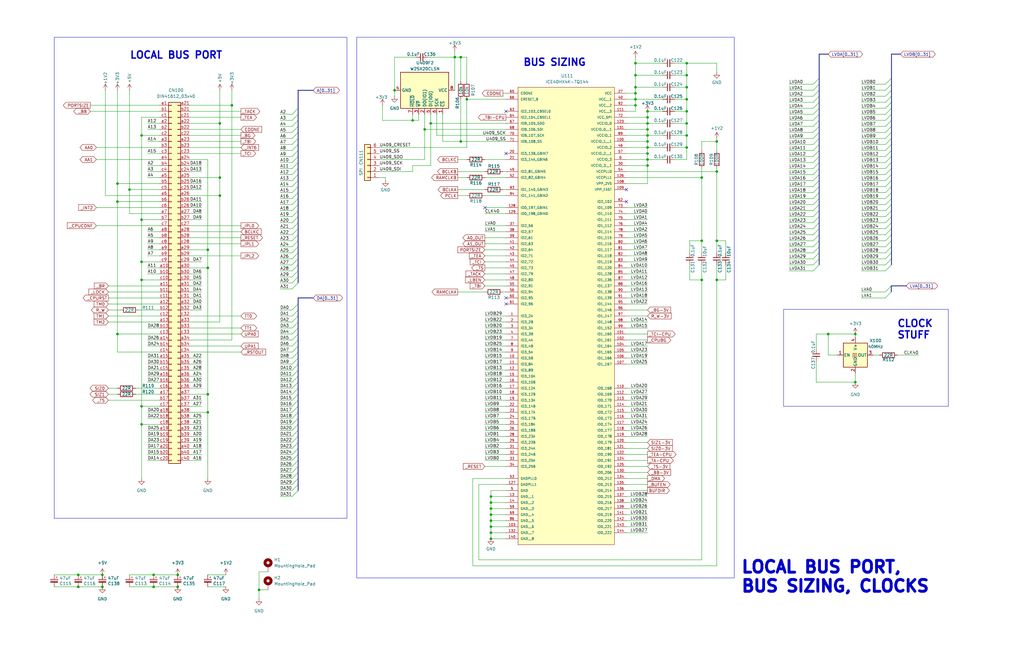
<source format=kicad_sch>
(kicad_sch (version 20231120) (generator "eeschema") (generator_version "8.0")
  (paper "B")
  (title_block (title "AmigaPCI 68040 Local Bus Card") (date "2024-12-31") (rev "4.1"))
  (junction (at 49.53 85.09))
  (junction (at 289.56 62.23))
  (junction (at 273.05 49.53))
  (junction (at 54.61 80.01))
  (junction (at 289.56 31.75))
  (junction (at 179.07 54.61))
  (junction (at 289.56 26.67))
  (junction (at 273.05 52.07))
  (junction (at 87.63 166.37))
  (junction (at 295.91 101.6))
  (junction (at 207.01 217.17))
  (junction (at 267.97 44.45))
  (junction (at 173.99 50.8))
  (junction (at 59.69 57.15))
  (junction (at 289.56 41.91))
  (junction (at 191.77 24.13))
  (junction (at 194.31 59.69))
  (junction (at 196.85 41.91))
  (junction (at 302.26 101.6))
  (junction (at 207.01 227.33))
  (junction (at 59.69 110.49))
  (junction (at 33.02 242.57))
  (junction (at 207.01 219.71))
  (junction (at 267.97 31.75))
  (junction (at 207.01 224.79))
  (junction (at 194.31 24.13))
  (junction (at 207.01 212.09))
  (junction (at 97.79 44.45))
  (junction (at 273.05 59.69))
  (junction (at 74.93 247.65))
  (junction (at 49.53 77.47))
  (junction (at 87.63 113.03))
  (junction (at 43.18 242.57))
  (junction (at 295.91 118.11))
  (junction (at 109.22 248.92))
  (junction (at 289.56 52.07))
  (junction (at 289.56 46.99))
  (junction (at 59.69 118.11))
  (junction (at 302.26 72.39))
  (junction (at 302.26 118.11))
  (junction (at 87.63 173.99))
  (junction (at 273.05 64.77))
  (junction (at 181.61 52.07))
  (junction (at 59.69 92.71))
  (junction (at 49.53 140.97))
  (junction (at 273.05 67.31))
  (junction (at 273.05 69.85))
  (junction (at 166.37 38.1))
  (junction (at 74.93 242.57))
  (junction (at 87.63 105.41))
  (junction (at 360.68 161.29))
  (junction (at 207.01 222.25))
  (junction (at 92.71 52.07))
  (junction (at 59.69 179.07))
  (junction (at 33.02 247.65))
  (junction (at 273.05 46.99))
  (junction (at 349.25 140.97))
  (junction (at 267.97 26.67))
  (junction (at 273.05 57.15))
  (junction (at 289.56 57.15))
  (junction (at 302.26 59.69))
  (junction (at 267.97 36.83))
  (junction (at 207.01 209.55))
  (junction (at 295.91 74.93))
  (junction (at 289.56 36.83))
  (junction (at 267.97 41.91))
  (junction (at 59.69 171.45))
  (junction (at 360.68 140.97))
  (junction (at 273.05 62.23))
  (junction (at 92.71 82.55))
  (junction (at 273.05 54.61))
  (junction (at 267.97 39.37))
  (junction (at 207.01 214.63))
  (junction (at 64.77 242.57))
  (junction (at 64.77 247.65))
  (junction (at 43.18 247.65))
  (junction (at 92.71 74.93))
  (no_connect (at 204.47 87.63))
  (no_connect (at 213.36 125.73))
  (no_connect (at 264.16 80.01))
  (no_connect (at 213.36 46.99))
  (no_connect (at 264.16 85.09))
  (no_connect (at 213.36 128.27))
  (no_connect (at 213.36 64.77))
  (bus_entry (at 373.38 109.22) (size 2.54 -2.54))
  (bus_entry (at 342.9 76.2) (size 2.54 -2.54))
  (bus_entry (at 123.19 201.93) (size 2.54 -2.54))
  (bus_entry (at 342.9 93.98) (size 2.54 -2.54))
  (bus_entry (at 123.19 101.6) (size 2.54 -2.54))
  (bus_entry (at 123.19 96.52) (size 2.54 -2.54))
  (bus_entry (at 342.9 111.76) (size 2.54 -2.54))
  (bus_entry (at 342.9 83.82) (size 2.54 -2.54))
  (bus_entry (at 123.19 88.9) (size 2.54 -2.54))
  (bus_entry (at 123.19 58.42) (size 2.54 -2.54))
  (bus_entry (at 342.9 58.42) (size 2.54 -2.54))
  (bus_entry (at 342.9 114.3) (size 2.54 -2.54))
  (bus_entry (at 123.19 146.05) (size 2.54 -2.54))
  (bus_entry (at 373.38 50.8) (size 2.54 -2.54))
  (bus_entry (at 123.19 83.82) (size 2.54 -2.54))
  (bus_entry (at 123.19 63.5) (size 2.54 -2.54))
  (bus_entry (at 373.38 45.72) (size 2.54 -2.54))
  (bus_entry (at 373.38 93.98) (size 2.54 -2.54))
  (bus_entry (at 123.19 194.31) (size 2.54 -2.54))
  (bus_entry (at 123.19 171.45) (size 2.54 -2.54))
  (bus_entry (at 373.38 38.1) (size 2.54 -2.54))
  (bus_entry (at 123.19 86.36) (size 2.54 -2.54))
  (bus_entry (at 373.38 68.58) (size 2.54 -2.54))
  (bus_entry (at 373.38 106.68) (size 2.54 -2.54))
  (bus_entry (at 123.19 121.92) (size 2.54 -2.54))
  (bus_entry (at 373.38 83.82) (size 2.54 -2.54))
  (bus_entry (at 373.38 111.76) (size 2.54 -2.54))
  (bus_entry (at 123.19 176.53) (size 2.54 -2.54))
  (bus_entry (at 123.19 48.26) (size 2.54 -2.54))
  (bus_entry (at 342.9 109.22) (size 2.54 -2.54))
  (bus_entry (at 342.9 81.28) (size 2.54 -2.54))
  (bus_entry (at 123.19 50.8) (size 2.54 -2.54))
  (bus_entry (at 123.19 133.35) (size 2.54 -2.54))
  (bus_entry (at 123.19 173.99) (size 2.54 -2.54))
  (bus_entry (at 123.19 106.68) (size 2.54 -2.54))
  (bus_entry (at 373.38 76.2) (size 2.54 -2.54))
  (bus_entry (at 342.9 55.88) (size 2.54 -2.54))
  (bus_entry (at 123.19 207.01) (size 2.54 -2.54))
  (bus_entry (at 123.19 181.61) (size 2.54 -2.54))
  (bus_entry (at 123.19 161.29) (size 2.54 -2.54))
  (bus_entry (at 373.38 71.12) (size 2.54 -2.54))
  (bus_entry (at 123.19 76.2) (size 2.54 -2.54))
  (bus_entry (at 342.9 78.74) (size 2.54 -2.54))
  (bus_entry (at 373.38 104.14) (size 2.54 -2.54))
  (bus_entry (at 123.19 158.75) (size 2.54 -2.54))
  (bus_entry (at 123.19 153.67) (size 2.54 -2.54))
  (bus_entry (at 342.9 45.72) (size 2.54 -2.54))
  (bus_entry (at 373.38 40.64) (size 2.54 -2.54))
  (bus_entry (at 342.9 63.5) (size 2.54 -2.54))
  (bus_entry (at 123.19 140.97) (size 2.54 -2.54))
  (bus_entry (at 123.19 143.51) (size 2.54 -2.54))
  (bus_entry (at 373.38 99.06) (size 2.54 -2.54))
  (bus_entry (at 123.19 93.98) (size 2.54 -2.54))
  (bus_entry (at 342.9 73.66) (size 2.54 -2.54))
  (bus_entry (at 123.19 204.47) (size 2.54 -2.54))
  (bus_entry (at 123.19 99.06) (size 2.54 -2.54))
  (bus_entry (at 123.19 151.13) (size 2.54 -2.54))
  (bus_entry (at 123.19 186.69) (size 2.54 -2.54))
  (bus_entry (at 123.19 71.12) (size 2.54 -2.54))
  (bus_entry (at 123.19 209.55) (size 2.54 -2.54))
  (bus_entry (at 373.29 123.19) (size 2.54 -2.54))
  (bus_entry (at 342.9 66.04) (size 2.54 -2.54))
  (bus_entry (at 123.19 66.04) (size 2.54 -2.54))
  (bus_entry (at 342.9 104.14) (size 2.54 -2.54))
  (bus_entry (at 123.19 119.38) (size 2.54 -2.54))
  (bus_entry (at 373.38 96.52) (size 2.54 -2.54))
  (bus_entry (at 342.9 48.26) (size 2.54 -2.54))
  (bus_entry (at 123.19 166.37) (size 2.54 -2.54))
  (bus_entry (at 123.19 91.44) (size 2.54 -2.54))
  (bus_entry (at 123.19 179.07) (size 2.54 -2.54))
  (bus_entry (at 373.38 35.56) (size 2.54 -2.54))
  (bus_entry (at 123.19 148.59) (size 2.54 -2.54))
  (bus_entry (at 373.38 63.5) (size 2.54 -2.54))
  (bus_entry (at 342.9 38.1) (size 2.54 -2.54))
  (bus_entry (at 373.38 58.42) (size 2.54 -2.54))
  (bus_entry (at 373.38 114.3) (size 2.54 -2.54))
  (bus_entry (at 123.19 163.83) (size 2.54 -2.54))
  (bus_entry (at 342.9 99.06) (size 2.54 -2.54))
  (bus_entry (at 342.9 60.96) (size 2.54 -2.54))
  (bus_entry (at 342.9 43.18) (size 2.54 -2.54))
  (bus_entry (at 373.38 73.66) (size 2.54 -2.54))
  (bus_entry (at 123.19 138.43) (size 2.54 -2.54))
  (bus_entry (at 123.19 199.39) (size 2.54 -2.54))
  (bus_entry (at 342.9 40.64) (size 2.54 -2.54))
  (bus_entry (at 123.19 53.34) (size 2.54 -2.54))
  (bus_entry (at 373.38 78.74) (size 2.54 -2.54))
  (bus_entry (at 123.19 60.96) (size 2.54 -2.54))
  (bus_entry (at 373.38 101.6) (size 2.54 -2.54))
  (bus_entry (at 342.9 35.56) (size 2.54 -2.54))
  (bus_entry (at 123.19 55.88) (size 2.54 -2.54))
  (bus_entry (at 342.9 68.58) (size 2.54 -2.54))
  (bus_entry (at 342.9 91.44) (size 2.54 -2.54))
  (bus_entry (at 123.19 196.85) (size 2.54 -2.54))
  (bus_entry (at 342.9 53.34) (size 2.54 -2.54))
  (bus_entry (at 123.19 189.23) (size 2.54 -2.54))
  (bus_entry (at 123.19 156.21) (size 2.54 -2.54))
  (bus_entry (at 123.19 73.66) (size 2.54 -2.54))
  (bus_entry (at 342.9 88.9) (size 2.54 -2.54))
  (bus_entry (at 373.38 86.36) (size 2.54 -2.54))
  (bus_entry (at 342.9 96.52) (size 2.54 -2.54))
  (bus_entry (at 373.38 66.04) (size 2.54 -2.54))
  (bus_entry (at 373.38 60.96) (size 2.54 -2.54))
  (bus_entry (at 373.29 125.73) (size 2.54 -2.54))
  (bus_entry (at 342.9 50.8) (size 2.54 -2.54))
  (bus_entry (at 373.38 91.44) (size 2.54 -2.54))
  (bus_entry (at 373.38 81.28) (size 2.54 -2.54))
  (bus_entry (at 373.38 43.18) (size 2.54 -2.54))
  (bus_entry (at 373.38 53.34) (size 2.54 -2.54))
  (bus_entry (at 123.19 104.14) (size 2.54 -2.54))
  (bus_entry (at 123.19 81.28) (size 2.54 -2.54))
  (bus_entry (at 123.19 135.89) (size 2.54 -2.54))
  (bus_entry (at 123.19 68.58) (size 2.54 -2.54))
  (bus_entry (at 123.19 78.74) (size 2.54 -2.54))
  (bus_entry (at 373.38 88.9) (size 2.54 -2.54))
  (bus_entry (at 123.19 168.91) (size 2.54 -2.54))
  (bus_entry (at 123.19 191.77) (size 2.54 -2.54))
  (bus_entry (at 373.38 48.26) (size 2.54 -2.54))
  (bus_entry (at 342.9 101.6) (size 2.54 -2.54))
  (bus_entry (at 342.9 71.12) (size 2.54 -2.54))
  (bus_entry (at 373.38 55.88) (size 2.54 -2.54))
  (bus_entry (at 123.19 114.3) (size 2.54 -2.54))
  (bus_entry (at 123.19 116.84) (size 2.54 -2.54))
  (bus_entry (at 123.19 109.22) (size 2.54 -2.54))
  (bus_entry (at 123.19 184.15) (size 2.54 -2.54))
  (bus_entry (at 342.9 86.36) (size 2.54 -2.54))
  (bus_entry (at 123.19 111.76) (size 2.54 -2.54))
  (bus_entry (at 342.9 106.68) (size 2.54 -2.54))
  (bus_entry (at 123.19 130.81) (size 2.54 -2.54))
  (wire (pts (xy 204.47 140.97) (xy 213.36 140.97)))
  (wire (pts (xy 264.16 201.93) (xy 273.05 201.93)))
  (bus (pts (xy 345.44 101.6) (xy 345.44 104.14)))
  (wire (pts (xy 264.16 102.87) (xy 273.05 102.87)))
  (wire (pts (xy 212.09 39.37) (xy 213.36 39.37)))
  (wire (pts (xy 118.11 176.53) (xy 123.19 176.53)))
  (bus (pts (xy 375.92 68.58) (xy 375.92 71.12)))
  (wire (pts (xy 181.61 52.07) (xy 213.36 52.07)))
  (bus (pts (xy 125.73 111.76) (xy 125.73 114.3)))
  (wire (pts (xy 204.47 153.67) (xy 213.36 153.67)))
  (bus (pts (xy 345.44 76.2) (xy 345.44 78.74)))
  (wire (pts (xy 264.16 97.79) (xy 273.05 97.79)))
  (wire (pts (xy 273.05 59.69) (xy 273.05 62.23)))
  (wire (pts (xy 85.09 168.91) (xy 80.01 168.91)))
  (wire (pts (xy 118.11 207.01) (xy 123.19 207.01)))
  (wire (pts (xy 207.01 207.01) (xy 207.01 209.55)))
  (wire (pts (xy 363.22 53.34) (xy 373.38 53.34)))
  (bus (pts (xy 345.44 38.1) (xy 345.44 40.64)))
  (wire (pts (xy 273.05 130.81) (xy 264.16 130.81)))
  (wire (pts (xy 363.22 101.6) (xy 373.38 101.6)))
  (wire (pts (xy 191.77 38.1) (xy 191.77 24.13)))
  (wire (pts (xy 264.16 214.63) (xy 273.05 214.63)))
  (bus (pts (xy 375.92 109.22) (xy 375.92 111.76)))
  (wire (pts (xy 44.45 82.55) (xy 67.31 82.55)))
  (bus (pts (xy 345.44 104.14) (xy 345.44 106.68)))
  (wire (pts (xy 290.83 101.6) (xy 295.91 101.6)))
  (wire (pts (xy 118.11 189.23) (xy 123.19 189.23)))
  (wire (pts (xy 80.01 113.03) (xy 87.63 113.03)))
  (bus (pts (xy 125.73 163.83) (xy 125.73 161.29)))
  (wire (pts (xy 62.23 186.69) (xy 67.31 186.69)))
  (wire (pts (xy 118.11 68.58) (xy 123.19 68.58)))
  (bus (pts (xy 125.73 66.04) (xy 125.73 68.58)))
  (wire (pts (xy 64.77 242.57) (xy 74.93 242.57)))
  (wire (pts (xy 85.09 72.39) (xy 80.01 72.39)))
  (bus (pts (xy 375.92 101.6) (xy 375.92 104.14)))
  (wire (pts (xy 45.72 128.27) (xy 67.31 128.27)))
  (wire (pts (xy 196.85 62.23) (xy 196.85 41.91)))
  (wire (pts (xy 344.17 152.4) (xy 344.17 161.29)))
  (wire (pts (xy 264.16 115.57) (xy 273.05 115.57)))
  (bus (pts (xy 125.73 171.45) (xy 125.73 168.91)))
  (bus (pts (xy 125.73 199.39) (xy 125.73 196.85)))
  (wire (pts (xy 80.01 143.51) (xy 97.79 143.51)))
  (wire (pts (xy 54.61 38.1) (xy 54.61 80.01)))
  (wire (pts (xy 118.11 60.96) (xy 123.19 60.96)))
  (bus (pts (xy 125.73 71.12) (xy 125.73 73.66)))
  (wire (pts (xy 59.69 118.11) (xy 59.69 171.45)))
  (wire (pts (xy 179.07 48.26) (xy 179.07 54.61)))
  (bus (pts (xy 125.73 153.67) (xy 125.73 151.13)))
  (wire (pts (xy 213.36 146.05) (xy 204.47 146.05)))
  (wire (pts (xy 213.36 181.61) (xy 204.47 181.61)))
  (wire (pts (xy 332.74 35.56) (xy 342.9 35.56)))
  (wire (pts (xy 118.11 96.52) (xy 123.19 96.52)))
  (wire (pts (xy 204.47 107.95) (xy 213.36 107.95)))
  (wire (pts (xy 85.09 110.49) (xy 80.01 110.49)))
  (bus (pts (xy 125.73 138.43) (xy 125.73 135.89)))
  (wire (pts (xy 62.23 153.67) (xy 67.31 153.67)))
  (wire (pts (xy 62.23 52.07) (xy 67.31 52.07)))
  (bus (pts (xy 345.44 68.58) (xy 345.44 71.12)))
  (wire (pts (xy 273.05 135.89) (xy 264.16 135.89)))
  (wire (pts (xy 289.56 36.83) (xy 289.56 31.75)))
  (wire (pts (xy 363.22 76.2) (xy 373.38 76.2)))
  (wire (pts (xy 196.85 67.31) (xy 193.04 67.31)))
  (wire (pts (xy 363.22 91.44) (xy 373.38 91.44)))
  (wire (pts (xy 378.46 149.86) (xy 387.35 149.86)))
  (wire (pts (xy 33.02 242.57) (xy 43.18 242.57)))
  (bus (pts (xy 125.73 161.29) (xy 125.73 158.75)))
  (bus (pts (xy 125.73 156.21) (xy 125.73 153.67)))
  (wire (pts (xy 267.97 36.83) (xy 279.4 36.83)))
  (wire (pts (xy 264.16 168.91) (xy 273.05 168.91)))
  (wire (pts (xy 332.74 99.06) (xy 342.9 99.06)))
  (wire (pts (xy 80.01 67.31) (xy 87.63 67.31)))
  (bus (pts (xy 345.44 99.06) (xy 345.44 101.6)))
  (wire (pts (xy 62.23 100.33) (xy 67.31 100.33)))
  (wire (pts (xy 118.11 78.74) (xy 123.19 78.74)))
  (bus (pts (xy 125.73 143.51) (xy 125.73 140.97)))
  (bus (pts (xy 375.92 58.42) (xy 375.92 60.96)))
  (wire (pts (xy 92.71 82.55) (xy 92.71 135.89)))
  (wire (pts (xy 201.93 204.47) (xy 213.36 204.47)))
  (wire (pts (xy 332.74 68.58) (xy 342.9 68.58)))
  (bus (pts (xy 125.73 166.37) (xy 125.73 163.83)))
  (wire (pts (xy 85.09 69.85) (xy 80.01 69.85)))
  (wire (pts (xy 80.01 102.87) (xy 101.6 102.87)))
  (wire (pts (xy 59.69 92.71) (xy 67.31 92.71)))
  (bus (pts (xy 125.73 181.61) (xy 125.73 179.07)))
  (wire (pts (xy 264.16 128.27) (xy 273.05 128.27)))
  (wire (pts (xy 332.74 93.98) (xy 342.9 93.98)))
  (wire (pts (xy 64.77 247.65) (xy 74.93 247.65)))
  (wire (pts (xy 62.23 97.79) (xy 67.31 97.79)))
  (wire (pts (xy 332.74 109.22) (xy 342.9 109.22)))
  (wire (pts (xy 204.47 143.51) (xy 213.36 143.51)))
  (wire (pts (xy 273.05 133.35) (xy 264.16 133.35)))
  (wire (pts (xy 332.74 40.64) (xy 342.9 40.64)))
  (bus (pts (xy 375.92 35.56) (xy 375.92 38.1)))
  (wire (pts (xy 62.23 161.29) (xy 67.31 161.29)))
  (wire (pts (xy 62.23 146.05) (xy 67.31 146.05)))
  (wire (pts (xy 363.22 40.64) (xy 373.38 40.64)))
  (wire (pts (xy 118.11 58.42) (xy 123.19 58.42)))
  (wire (pts (xy 85.09 176.53) (xy 80.01 176.53)))
  (wire (pts (xy 85.09 120.65) (xy 80.01 120.65)))
  (wire (pts (xy 207.01 209.55) (xy 207.01 212.09)))
  (wire (pts (xy 204.47 123.19) (xy 193.04 123.19)))
  (wire (pts (xy 213.36 186.69) (xy 204.47 186.69)))
  (bus (pts (xy 345.44 53.34) (xy 345.44 55.88)))
  (wire (pts (xy 363.22 48.26) (xy 373.38 48.26)))
  (wire (pts (xy 118.11 73.66) (xy 123.19 73.66)))
  (bus (pts (xy 125.73 204.47) (xy 125.73 201.93)))
  (wire (pts (xy 80.01 148.59) (xy 101.6 148.59)))
  (wire (pts (xy 332.74 86.36) (xy 342.9 86.36)))
  (wire (pts (xy 204.47 113.03) (xy 213.36 113.03)))
  (wire (pts (xy 80.01 140.97) (xy 101.6 140.97)))
  (wire (pts (xy 118.11 116.84) (xy 123.19 116.84)))
  (wire (pts (xy 289.56 26.67) (xy 284.48 26.67)))
  (wire (pts (xy 267.97 41.91) (xy 267.97 44.45)))
  (bus (pts (xy 375.92 99.06) (xy 375.92 101.6)))
  (wire (pts (xy 332.74 43.18) (xy 342.9 43.18)))
  (wire (pts (xy 264.16 95.25) (xy 273.05 95.25)))
  (wire (pts (xy 85.09 130.81) (xy 80.01 130.81)))
  (wire (pts (xy 349.25 140.97) (xy 360.68 140.97)))
  (wire (pts (xy 85.09 184.15) (xy 80.01 184.15)))
  (wire (pts (xy 273.05 62.23) (xy 279.4 62.23)))
  (wire (pts (xy 264.16 118.11) (xy 273.05 118.11)))
  (wire (pts (xy 332.74 76.2) (xy 342.9 76.2)))
  (wire (pts (xy 49.53 148.59) (xy 49.53 140.97)))
  (bus (pts (xy 125.73 207.01) (xy 125.73 204.47)))
  (wire (pts (xy 264.16 146.05) (xy 273.05 146.05)))
  (wire (pts (xy 213.36 87.63) (xy 204.47 87.63)))
  (wire (pts (xy 267.97 24.13) (xy 267.97 26.67)))
  (wire (pts (xy 179.07 54.61) (xy 179.07 67.31)))
  (bus (pts (xy 125.73 68.58) (xy 125.73 71.12)))
  (wire (pts (xy 273.05 140.97) (xy 264.16 140.97)))
  (wire (pts (xy 179.07 67.31) (xy 160.02 67.31)))
  (wire (pts (xy 80.01 173.99) (xy 87.63 173.99)))
  (bus (pts (xy 345.44 109.22) (xy 345.44 111.76)))
  (wire (pts (xy 273.05 67.31) (xy 273.05 69.85)))
  (wire (pts (xy 62.23 184.15) (xy 67.31 184.15)))
  (wire (pts (xy 85.09 171.45) (xy 80.01 171.45)))
  (wire (pts (xy 118.11 184.15) (xy 123.19 184.15)))
  (wire (pts (xy 191.77 24.13) (xy 191.77 21.59)))
  (wire (pts (xy 332.74 106.68) (xy 342.9 106.68)))
  (wire (pts (xy 349.25 149.86) (xy 349.25 140.97)))
  (wire (pts (xy 273.05 49.53) (xy 273.05 52.07)))
  (wire (pts (xy 332.74 60.96) (xy 342.9 60.96)))
  (wire (pts (xy 273.05 46.99) (xy 273.05 49.53)))
  (wire (pts (xy 62.23 113.03) (xy 67.31 113.03)))
  (wire (pts (xy 207.01 212.09) (xy 213.36 212.09)))
  (wire (pts (xy 118.11 81.28) (xy 123.19 81.28)))
  (bus (pts (xy 345.44 71.12) (xy 345.44 73.66)))
  (bus (pts (xy 345.44 93.98) (xy 345.44 96.52)))
  (bus (pts (xy 345.44 55.88) (xy 345.44 58.42)))
  (wire (pts (xy 273.05 181.61) (xy 264.16 181.61)))
  (wire (pts (xy 109.22 241.3) (xy 109.22 248.92)))
  (wire (pts (xy 196.85 24.13) (xy 194.31 24.13)))
  (wire (pts (xy 363.22 88.9) (xy 373.38 88.9)))
  (wire (pts (xy 109.22 248.92) (xy 113.03 248.92)))
  (wire (pts (xy 109.22 248.92) (xy 109.22 252.73)))
  (wire (pts (xy 204.47 97.79) (xy 213.36 97.79)))
  (wire (pts (xy 161.29 50.8) (xy 173.99 50.8)))
  (wire (pts (xy 118.11 194.31) (xy 123.19 194.31)))
  (bus (pts (xy 125.73 73.66) (xy 125.73 76.2)))
  (wire (pts (xy 59.69 171.45) (xy 67.31 171.45)))
  (wire (pts (xy 213.36 156.21) (xy 204.47 156.21)))
  (wire (pts (xy 59.69 179.07) (xy 59.69 201.93)))
  (wire (pts (xy 45.72 163.83) (xy 49.53 163.83)))
  (wire (pts (xy 85.09 186.69) (xy 80.01 186.69)))
  (wire (pts (xy 44.45 38.1) (xy 44.45 82.55)))
  (bus (pts (xy 375.92 78.74) (xy 375.92 81.28)))
  (wire (pts (xy 264.16 209.55) (xy 273.05 209.55)))
  (wire (pts (xy 181.61 69.85) (xy 173.99 69.85)))
  (wire (pts (xy 62.23 138.43) (xy 67.31 138.43)))
  (wire (pts (xy 273.05 179.07) (xy 264.16 179.07)))
  (wire (pts (xy 273.05 191.77) (xy 264.16 191.77)))
  (wire (pts (xy 284.48 67.31) (xy 289.56 67.31)))
  (wire (pts (xy 118.11 104.14) (xy 123.19 104.14)))
  (wire (pts (xy 173.99 69.85) (xy 173.99 72.39)))
  (wire (pts (xy 57.15 163.83) (xy 67.31 163.83)))
  (wire (pts (xy 267.97 26.67) (xy 279.4 26.67)))
  (bus (pts (xy 125.73 140.97) (xy 125.73 138.43)))
  (wire (pts (xy 264.16 107.95) (xy 273.05 107.95)))
  (wire (pts (xy 80.01 74.93) (xy 92.71 74.93)))
  (wire (pts (xy 302.26 101.6) (xy 306.07 101.6)))
  (wire (pts (xy 118.11 204.47) (xy 123.19 204.47)))
  (wire (pts (xy 118.11 179.07) (xy 123.19 179.07)))
  (wire (pts (xy 80.01 107.95) (xy 101.6 107.95)))
  (wire (pts (xy 332.74 81.28) (xy 342.9 81.28)))
  (wire (pts (xy 213.36 176.53) (xy 204.47 176.53)))
  (wire (pts (xy 273.05 138.43) (xy 264.16 138.43)))
  (wire (pts (xy 118.11 158.75) (xy 123.19 158.75)))
  (wire (pts (xy 273.05 52.07) (xy 279.4 52.07)))
  (wire (pts (xy 87.63 247.65) (xy 95.25 247.65)))
  (wire (pts (xy 273.05 186.69) (xy 264.16 186.69)))
  (bus (pts (xy 345.44 73.66) (xy 345.44 76.2)))
  (wire (pts (xy 264.16 46.99) (xy 267.97 46.99)))
  (bus (pts (xy 345.44 86.36) (xy 345.44 88.9)))
  (wire (pts (xy 290.83 118.11) (xy 295.91 118.11)))
  (bus (pts (xy 375.92 45.72) (xy 375.92 48.26)))
  (bus (pts (xy 125.73 101.6) (xy 125.73 104.14)))
  (wire (pts (xy 85.09 87.63) (xy 80.01 87.63)))
  (wire (pts (xy 289.56 31.75) (xy 289.56 26.67)))
  (bus (pts (xy 375.92 43.18) (xy 375.92 45.72)))
  (wire (pts (xy 80.01 138.43) (xy 101.6 138.43)))
  (wire (pts (xy 264.16 39.37) (xy 267.97 39.37)))
  (wire (pts (xy 59.69 171.45) (xy 59.69 179.07)))
  (wire (pts (xy 80.01 64.77) (xy 101.6 64.77)))
  (wire (pts (xy 264.16 153.67) (xy 273.05 153.67)))
  (bus (pts (xy 345.44 88.9) (xy 345.44 91.44)))
  (wire (pts (xy 264.16 110.49) (xy 273.05 110.49)))
  (wire (pts (xy 289.56 46.99) (xy 289.56 52.07)))
  (bus (pts (xy 345.44 33.02) (xy 345.44 35.56)))
  (wire (pts (xy 360.68 157.48) (xy 360.68 161.29)))
  (wire (pts (xy 273.05 54.61) (xy 273.05 57.15)))
  (bus (pts (xy 125.73 201.93) (xy 125.73 199.39)))
  (bus (pts (xy 125.73 133.35) (xy 125.73 130.81)))
  (wire (pts (xy 118.11 53.34) (xy 123.19 53.34)))
  (wire (pts (xy 59.69 49.53) (xy 67.31 49.53)))
  (wire (pts (xy 118.11 119.38) (xy 123.19 119.38)))
  (wire (pts (xy 289.56 62.23) (xy 289.56 67.31)))
  (bus (pts (xy 125.73 55.88) (xy 125.73 58.42)))
  (wire (pts (xy 264.16 59.69) (xy 273.05 59.69)))
  (wire (pts (xy 85.09 115.57) (xy 80.01 115.57)))
  (bus (pts (xy 125.73 148.59) (xy 125.73 146.05)))
  (bus (pts (xy 125.73 176.53) (xy 125.73 173.99)))
  (wire (pts (xy 363.22 93.98) (xy 373.38 93.98)))
  (wire (pts (xy 194.31 41.91) (xy 194.31 59.69)))
  (bus (pts (xy 375.92 106.68) (xy 375.92 109.22)))
  (wire (pts (xy 204.47 95.25) (xy 213.36 95.25)))
  (bus (pts (xy 125.73 88.9) (xy 125.73 91.44)))
  (wire (pts (xy 207.01 217.17) (xy 207.01 219.71)))
  (wire (pts (xy 273.05 62.23) (xy 273.05 64.77)))
  (wire (pts (xy 273.05 184.15) (xy 264.16 184.15)))
  (bus (pts (xy 125.73 116.84) (xy 125.73 119.38)))
  (wire (pts (xy 22.86 247.65) (xy 33.02 247.65)))
  (bus (pts (xy 375.92 81.28) (xy 375.92 83.82)))
  (wire (pts (xy 363.22 50.8) (xy 373.38 50.8)))
  (wire (pts (xy 85.09 194.31) (xy 80.01 194.31)))
  (wire (pts (xy 85.09 179.07) (xy 80.01 179.07)))
  (wire (pts (xy 213.36 194.31) (xy 204.47 194.31)))
  (wire (pts (xy 85.09 161.29) (xy 80.01 161.29)))
  (wire (pts (xy 204.47 171.45) (xy 213.36 171.45)))
  (wire (pts (xy 85.09 163.83) (xy 80.01 163.83)))
  (wire (pts (xy 363.22 99.06) (xy 373.38 99.06)))
  (wire (pts (xy 85.09 92.71) (xy 80.01 92.71)))
  (wire (pts (xy 332.74 83.82) (xy 342.9 83.82)))
  (wire (pts (xy 62.23 64.77) (xy 67.31 64.77)))
  (wire (pts (xy 57.15 166.37) (xy 67.31 166.37)))
  (wire (pts (xy 181.61 48.26) (xy 181.61 52.07)))
  (wire (pts (xy 85.09 156.21) (xy 80.01 156.21)))
  (bus (pts (xy 345.44 63.5) (xy 345.44 66.04)))
  (wire (pts (xy 85.09 128.27) (xy 80.01 128.27)))
  (wire (pts (xy 80.01 54.61) (xy 101.6 54.61)))
  (bus (pts (xy 125.73 58.42) (xy 125.73 60.96)))
  (wire (pts (xy 59.69 92.71) (xy 59.69 110.49)))
  (bus (pts (xy 345.44 40.64) (xy 345.44 43.18)))
  (bus (pts (xy 125.73 109.22) (xy 125.73 111.76)))
  (wire (pts (xy 45.72 120.65) (xy 67.31 120.65)))
  (wire (pts (xy 186.69 59.69) (xy 186.69 48.26)))
  (wire (pts (xy 59.69 118.11) (xy 67.31 118.11)))
  (wire (pts (xy 332.74 73.66) (xy 342.9 73.66)))
  (wire (pts (xy 363.22 96.52) (xy 373.38 96.52)))
  (wire (pts (xy 207.01 222.25) (xy 207.01 224.79)))
  (bus (pts (xy 375.92 22.86) (xy 379.73 22.86)))
  (wire (pts (xy 80.01 52.07) (xy 92.71 52.07)))
  (wire (pts (xy 80.01 95.25) (xy 101.6 95.25)))
  (wire (pts (xy 173.99 48.26) (xy 173.99 50.8)))
  (wire (pts (xy 289.56 46.99) (xy 289.56 41.91)))
  (wire (pts (xy 62.23 74.93) (xy 67.31 74.93)))
  (wire (pts (xy 67.31 90.17) (xy 54.61 90.17)))
  (wire (pts (xy 264.16 67.31) (xy 273.05 67.31)))
  (wire (pts (xy 207.01 207.01) (xy 213.36 207.01)))
  (bus (pts (xy 375.92 66.04) (xy 375.92 68.58)))
  (wire (pts (xy 302.26 238.76) (xy 302.26 118.11)))
  (wire (pts (xy 264.16 207.01) (xy 273.05 207.01)))
  (wire (pts (xy 295.91 59.69) (xy 302.26 59.69)))
  (bus (pts (xy 125.73 186.69) (xy 125.73 184.15)))
  (wire (pts (xy 295.91 63.5) (xy 295.91 59.69)))
  (wire (pts (xy 80.01 97.79) (xy 101.6 97.79)))
  (wire (pts (xy 213.36 74.93) (xy 204.47 74.93)))
  (wire (pts (xy 332.74 58.42) (xy 342.9 58.42)))
  (wire (pts (xy 62.23 54.61) (xy 67.31 54.61)))
  (wire (pts (xy 332.74 71.12) (xy 342.9 71.12)))
  (wire (pts (xy 273.05 173.99) (xy 264.16 173.99)))
  (wire (pts (xy 59.69 110.49) (xy 67.31 110.49)))
  (wire (pts (xy 273.05 143.51) (xy 264.16 143.51)))
  (wire (pts (xy 87.63 67.31) (xy 87.63 105.41)))
  (wire (pts (xy 273.05 77.47) (xy 264.16 77.47)))
  (wire (pts (xy 54.61 247.65) (xy 64.77 247.65)))
  (wire (pts (xy 80.01 44.45) (xy 97.79 44.45)))
  (wire (pts (xy 85.09 123.19) (xy 80.01 123.19)))
  (bus (pts (xy 345.44 48.26) (xy 345.44 50.8)))
  (wire (pts (xy 363.13 125.73) (xy 373.29 125.73)))
  (wire (pts (xy 80.01 133.35) (xy 101.6 133.35)))
  (wire (pts (xy 199.39 201.93) (xy 213.36 201.93)))
  (wire (pts (xy 284.48 31.75) (xy 289.56 31.75)))
  (wire (pts (xy 118.11 93.98) (xy 123.19 93.98)))
  (wire (pts (xy 363.22 114.3) (xy 373.38 114.3)))
  (wire (pts (xy 363.22 104.14) (xy 373.38 104.14)))
  (wire (pts (xy 45.72 168.91) (xy 67.31 168.91)))
  (wire (pts (xy 118.11 109.22) (xy 123.19 109.22)))
  (wire (pts (xy 207.01 214.63) (xy 213.36 214.63)))
  (bus (pts (xy 125.73 48.26) (xy 125.73 50.8)))
  (wire (pts (xy 213.36 82.55) (xy 204.47 82.55)))
  (wire (pts (xy 344.17 140.97) (xy 344.17 147.32)))
  (wire (pts (xy 363.22 78.74) (xy 373.38 78.74)))
  (wire (pts (xy 118.11 130.81) (xy 123.19 130.81)))
  (wire (pts (xy 213.36 67.31) (xy 204.47 67.31)))
  (wire (pts (xy 363.22 81.28) (xy 373.38 81.28)))
  (bus (pts (xy 125.73 53.34) (xy 125.73 55.88)))
  (wire (pts (xy 45.72 135.89) (xy 67.31 135.89)))
  (bus (pts (xy 375.92 63.5) (xy 375.92 66.04)))
  (wire (pts (xy 207.01 217.17) (xy 213.36 217.17)))
  (wire (pts (xy 166.37 40.64) (xy 166.37 38.1)))
  (wire (pts (xy 204.47 80.01) (xy 193.04 80.01)))
  (wire (pts (xy 213.36 184.15) (xy 204.47 184.15)))
  (wire (pts (xy 199.39 201.93) (xy 199.39 238.76)))
  (wire (pts (xy 204.47 135.89) (xy 213.36 135.89)))
  (wire (pts (xy 267.97 41.91) (xy 279.4 41.91)))
  (bus (pts (xy 345.44 22.86) (xy 349.25 22.86)))
  (wire (pts (xy 54.61 80.01) (xy 67.31 80.01)))
  (wire (pts (xy 118.11 86.36) (xy 123.19 86.36)))
  (wire (pts (xy 118.11 76.2) (xy 123.19 76.2)))
  (wire (pts (xy 332.74 111.76) (xy 342.9 111.76)))
  (wire (pts (xy 295.91 71.12) (xy 295.91 74.93)))
  (wire (pts (xy 160.02 72.39) (xy 173.99 72.39)))
  (bus (pts (xy 125.73 63.5) (xy 125.73 66.04)))
  (wire (pts (xy 207.01 214.63) (xy 207.01 217.17)))
  (wire (pts (xy 62.23 107.95) (xy 67.31 107.95)))
  (wire (pts (xy 363.22 106.68) (xy 373.38 106.68)))
  (wire (pts (xy 273.05 57.15) (xy 273.05 59.69)))
  (wire (pts (xy 284.48 52.07) (xy 289.56 52.07)))
  (wire (pts (xy 363.22 71.12) (xy 373.38 71.12)))
  (wire (pts (xy 264.16 151.13) (xy 273.05 151.13)))
  (wire (pts (xy 363.22 60.96) (xy 373.38 60.96)))
  (wire (pts (xy 332.74 55.88) (xy 342.9 55.88)))
  (wire (pts (xy 273.05 67.31) (xy 279.4 67.31)))
  (bus (pts (xy 375.92 96.52) (xy 375.92 99.06)))
  (wire (pts (xy 40.64 95.25) (xy 67.31 95.25)))
  (wire (pts (xy 213.36 161.29) (xy 204.47 161.29)))
  (wire (pts (xy 80.01 46.99) (xy 101.6 46.99)))
  (wire (pts (xy 267.97 36.83) (xy 267.97 39.37)))
  (bus (pts (xy 375.92 50.8) (xy 375.92 53.34)))
  (wire (pts (xy 62.23 59.69) (xy 67.31 59.69)))
  (wire (pts (xy 196.85 82.55) (xy 193.04 82.55)))
  (bus (pts (xy 345.44 66.04) (xy 345.44 68.58)))
  (wire (pts (xy 332.74 91.44) (xy 342.9 91.44)))
  (wire (pts (xy 85.09 125.73) (xy 80.01 125.73)))
  (wire (pts (xy 92.71 135.89) (xy 80.01 135.89)))
  (wire (pts (xy 118.11 99.06) (xy 123.19 99.06)))
  (wire (pts (xy 118.11 143.51) (xy 123.19 143.51)))
  (wire (pts (xy 264.16 204.47) (xy 273.05 204.47)))
  (wire (pts (xy 85.09 80.01) (xy 80.01 80.01)))
  (bus (pts (xy 345.44 50.8) (xy 345.44 53.34)))
  (bus (pts (xy 345.44 81.28) (xy 345.44 83.82)))
  (wire (pts (xy 295.91 236.22) (xy 201.93 236.22)))
  (wire (pts (xy 273.05 199.39) (xy 264.16 199.39)))
  (bus (pts (xy 125.73 151.13) (xy 125.73 148.59)))
  (wire (pts (xy 85.09 181.61) (xy 80.01 181.61)))
  (wire (pts (xy 368.3 149.86) (xy 370.84 149.86)))
  (wire (pts (xy 302.26 26.67) (xy 302.26 30.48)))
  (wire (pts (xy 62.23 102.87) (xy 67.31 102.87)))
  (wire (pts (xy 85.09 118.11) (xy 80.01 118.11)))
  (wire (pts (xy 332.74 38.1) (xy 342.9 38.1)))
  (wire (pts (xy 213.36 118.11) (xy 204.47 118.11)))
  (wire (pts (xy 118.11 114.3) (xy 123.19 114.3)))
  (bus (pts (xy 375.83 120.65) (xy 382.18 120.65)))
  (wire (pts (xy 59.69 57.15) (xy 59.69 92.71)))
  (wire (pts (xy 363.22 83.82) (xy 373.38 83.82)))
  (wire (pts (xy 162.56 74.93) (xy 162.56 76.2)))
  (wire (pts (xy 196.85 34.29) (xy 196.85 24.13)))
  (wire (pts (xy 264.16 222.25) (xy 273.05 222.25)))
  (wire (pts (xy 207.01 219.71) (xy 213.36 219.71)))
  (bus (pts (xy 345.44 35.56) (xy 345.44 38.1)))
  (wire (pts (xy 62.23 69.85) (xy 67.31 69.85)))
  (wire (pts (xy 204.47 110.49) (xy 213.36 110.49)))
  (wire (pts (xy 118.11 111.76) (xy 123.19 111.76)))
  (bus (pts (xy 125.73 83.82) (xy 125.73 86.36)))
  (wire (pts (xy 267.97 39.37) (xy 267.97 41.91)))
  (wire (pts (xy 161.29 44.45) (xy 161.29 50.8)))
  (bus (pts (xy 125.73 191.77) (xy 125.73 189.23)))
  (wire (pts (xy 290.83 111.76) (xy 290.83 118.11)))
  (wire (pts (xy 160.02 62.23) (xy 196.85 62.23)))
  (wire (pts (xy 273.05 69.85) (xy 273.05 77.47)))
  (wire (pts (xy 363.22 55.88) (xy 373.38 55.88)))
  (wire (pts (xy 302.26 59.69) (xy 302.26 63.5)))
  (wire (pts (xy 118.11 138.43) (xy 123.19 138.43)))
  (bus (pts (xy 125.73 50.8) (xy 125.73 53.34)))
  (bus (pts (xy 375.92 73.66) (xy 375.92 76.2)))
  (wire (pts (xy 264.16 217.17) (xy 273.05 217.17)))
  (wire (pts (xy 118.11 209.55) (xy 123.19 209.55)))
  (wire (pts (xy 87.63 173.99) (xy 87.63 201.93)))
  (bus (pts (xy 375.92 86.36) (xy 375.92 88.9)))
  (wire (pts (xy 118.11 161.29) (xy 123.19 161.29)))
  (bus (pts (xy 125.73 114.3) (xy 125.73 116.84)))
  (wire (pts (xy 45.72 133.35) (xy 67.31 133.35)))
  (wire (pts (xy 284.48 46.99) (xy 289.56 46.99)))
  (wire (pts (xy 273.05 64.77) (xy 273.05 67.31)))
  (wire (pts (xy 22.86 242.57) (xy 33.02 242.57)))
  (bus (pts (xy 125.73 45.72) (xy 125.73 48.26)))
  (wire (pts (xy 184.15 57.15) (xy 213.36 57.15)))
  (wire (pts (xy 59.69 57.15) (xy 67.31 57.15)))
  (bus (pts (xy 345.44 83.82) (xy 345.44 86.36)))
  (bus (pts (xy 125.73 91.44) (xy 125.73 93.98)))
  (wire (pts (xy 363.22 38.1) (xy 373.38 38.1)))
  (wire (pts (xy 273.05 57.15) (xy 279.4 57.15)))
  (bus (pts (xy 375.92 38.1) (xy 375.92 40.64)))
  (wire (pts (xy 184.15 57.15) (xy 184.15 48.26)))
  (wire (pts (xy 363.22 111.76) (xy 373.38 111.76)))
  (wire (pts (xy 62.23 191.77) (xy 67.31 191.77)))
  (wire (pts (xy 273.05 194.31) (xy 264.16 194.31)))
  (wire (pts (xy 118.11 201.93) (xy 123.19 201.93)))
  (wire (pts (xy 204.47 191.77) (xy 213.36 191.77)))
  (wire (pts (xy 80.01 105.41) (xy 87.63 105.41)))
  (wire (pts (xy 264.16 74.93) (xy 295.91 74.93)))
  (wire (pts (xy 118.11 196.85) (xy 123.19 196.85)))
  (bus (pts (xy 125.73 146.05) (xy 125.73 143.51)))
  (wire (pts (xy 201.93 236.22) (xy 201.93 204.47)))
  (wire (pts (xy 213.36 173.99) (xy 204.47 173.99)))
  (wire (pts (xy 204.47 151.13) (xy 213.36 151.13)))
  (wire (pts (xy 118.11 66.04) (xy 123.19 66.04)))
  (wire (pts (xy 62.23 173.99) (xy 67.31 173.99)))
  (wire (pts (xy 92.71 38.1) (xy 92.71 52.07)))
  (wire (pts (xy 204.47 133.35) (xy 213.36 133.35)))
  (wire (pts (xy 62.23 176.53) (xy 67.31 176.53)))
  (wire (pts (xy 213.36 158.75) (xy 204.47 158.75)))
  (wire (pts (xy 207.01 219.71) (xy 207.01 222.25)))
  (wire (pts (xy 54.61 80.01) (xy 54.61 90.17)))
  (bus (pts (xy 375.92 104.14) (xy 375.92 106.68)))
  (wire (pts (xy 264.16 148.59) (xy 273.05 148.59)))
  (wire (pts (xy 97.79 44.45) (xy 97.79 143.51)))
  (wire (pts (xy 344.17 140.97) (xy 349.25 140.97)))
  (wire (pts (xy 264.16 176.53) (xy 273.05 176.53)))
  (wire (pts (xy 118.11 63.5) (xy 123.19 63.5)))
  (wire (pts (xy 118.11 186.69) (xy 123.19 186.69)))
  (wire (pts (xy 289.56 57.15) (xy 289.56 62.23)))
  (wire (pts (xy 273.05 171.45) (xy 264.16 171.45)))
  (wire (pts (xy 204.47 102.87) (xy 213.36 102.87)))
  (wire (pts (xy 118.11 48.26) (xy 123.19 48.26)))
  (bus (pts (xy 125.73 86.36) (xy 125.73 88.9)))
  (wire (pts (xy 118.11 151.13) (xy 123.19 151.13)))
  (wire (pts (xy 62.23 72.39) (xy 67.31 72.39)))
  (bus (pts (xy 125.73 38.1) (xy 132.08 38.1)))
  (wire (pts (xy 332.74 114.3) (xy 342.9 114.3)))
  (wire (pts (xy 49.53 140.97) (xy 67.31 140.97)))
  (wire (pts (xy 67.31 148.59) (xy 49.53 148.59)))
  (wire (pts (xy 45.72 130.81) (xy 50.8 130.81)))
  (wire (pts (xy 45.72 166.37) (xy 49.53 166.37)))
  (bus (pts (xy 345.44 58.42) (xy 345.44 60.96)))
  (bus (pts (xy 375.92 48.26) (xy 375.92 50.8)))
  (wire (pts (xy 284.48 57.15) (xy 289.56 57.15)))
  (wire (pts (xy 273.05 224.79) (xy 264.16 224.79)))
  (wire (pts (xy 33.02 247.65) (xy 43.18 247.65)))
  (bus (pts (xy 345.44 60.96) (xy 345.44 63.5)))
  (bus (pts (xy 375.92 83.82) (xy 375.92 86.36)))
  (wire (pts (xy 264.16 120.65) (xy 273.05 120.65)))
  (bus (pts (xy 125.73 99.06) (xy 125.73 101.6)))
  (wire (pts (xy 49.53 38.1) (xy 49.53 77.47)))
  (bus (pts (xy 375.92 53.34) (xy 375.92 55.88)))
  (wire (pts (xy 213.36 115.57) (xy 204.47 115.57)))
  (wire (pts (xy 87.63 113.03) (xy 87.63 166.37)))
  (wire (pts (xy 92.71 52.07) (xy 92.71 74.93)))
  (wire (pts (xy 207.01 222.25) (xy 213.36 222.25)))
  (wire (pts (xy 45.72 125.73) (xy 67.31 125.73)))
  (bus (pts (xy 375.92 40.64) (xy 375.92 43.18)))
  (bus (pts (xy 345.44 43.18) (xy 345.44 45.72)))
  (wire (pts (xy 332.74 66.04) (xy 342.9 66.04)))
  (wire (pts (xy 62.23 158.75) (xy 67.31 158.75)))
  (bus (pts (xy 125.73 104.14) (xy 125.73 106.68)))
  (wire (pts (xy 332.74 96.52) (xy 342.9 96.52)))
  (wire (pts (xy 191.77 24.13) (xy 180.34 24.13)))
  (wire (pts (xy 264.16 163.83) (xy 273.05 163.83)))
  (wire (pts (xy 80.01 57.15) (xy 101.6 57.15)))
  (wire (pts (xy 264.16 72.39) (xy 302.26 72.39)))
  (wire (pts (xy 85.09 189.23) (xy 80.01 189.23)))
  (wire (pts (xy 264.16 49.53) (xy 273.05 49.53)))
  (wire (pts (xy 295.91 74.93) (xy 295.91 101.6)))
  (bus (pts (xy 375.92 60.96) (xy 375.92 63.5)))
  (bus (pts (xy 125.73 38.1) (xy 125.73 45.72)))
  (bus (pts (xy 125.73 93.98) (xy 125.73 96.52)))
  (wire (pts (xy 302.26 72.39) (xy 302.26 101.6)))
  (wire (pts (xy 204.47 100.33) (xy 213.36 100.33)))
  (wire (pts (xy 264.16 64.77) (xy 273.05 64.77)))
  (wire (pts (xy 80.01 49.53) (xy 101.6 49.53)))
  (wire (pts (xy 264.16 87.63) (xy 273.05 87.63)))
  (wire (pts (xy 213.36 123.19) (xy 212.09 123.19)))
  (wire (pts (xy 118.11 168.91) (xy 123.19 168.91)))
  (bus (pts (xy 125.73 81.28) (xy 125.73 83.82)))
  (bus (pts (xy 375.92 91.44) (xy 375.92 93.98)))
  (wire (pts (xy 80.01 59.69) (xy 101.6 59.69)))
  (wire (pts (xy 264.16 105.41) (xy 273.05 105.41)))
  (wire (pts (xy 118.11 191.77) (xy 123.19 191.77)))
  (wire (pts (xy 273.05 189.23) (xy 264.16 189.23)))
  (wire (pts (xy 85.09 158.75) (xy 80.01 158.75)))
  (wire (pts (xy 360.68 140.97) (xy 360.68 142.24)))
  (wire (pts (xy 363.22 43.18) (xy 373.38 43.18)))
  (wire (pts (xy 118.11 88.9) (xy 123.19 88.9)))
  (wire (pts (xy 204.47 72.39) (xy 193.04 72.39)))
  (wire (pts (xy 196.85 41.91) (xy 213.36 41.91)))
  (wire (pts (xy 207.01 209.55) (xy 213.36 209.55)))
  (wire (pts (xy 118.11 156.21) (xy 123.19 156.21)))
  (wire (pts (xy 264.16 69.85) (xy 273.05 69.85)))
  (wire (pts (xy 179.07 54.61) (xy 213.36 54.61)))
  (wire (pts (xy 264.16 219.71) (xy 273.05 219.71)))
  (wire (pts (xy 264.16 41.91) (xy 267.97 41.91)))
  (wire (pts (xy 363.22 66.04) (xy 373.38 66.04)))
  (wire (pts (xy 306.07 118.11) (xy 306.07 111.76)))
  (wire (pts (xy 295.91 118.11) (xy 295.91 236.22)))
  (wire (pts (xy 166.37 38.1) (xy 166.37 24.13)))
  (wire (pts (xy 213.36 72.39) (xy 212.09 72.39)))
  (bus (pts (xy 375.92 33.02) (xy 375.92 22.86)))
  (wire (pts (xy 213.36 138.43) (xy 204.47 138.43)))
  (wire (pts (xy 284.48 62.23) (xy 289.56 62.23)))
  (wire (pts (xy 363.22 86.36) (xy 373.38 86.36)))
  (wire (pts (xy 118.11 101.6) (xy 123.19 101.6)))
  (wire (pts (xy 62.23 115.57) (xy 67.31 115.57)))
  (wire (pts (xy 213.36 120.65) (xy 204.47 120.65)))
  (wire (pts (xy 58.42 130.81) (xy 67.31 130.81)))
  (wire (pts (xy 176.53 48.26) (xy 176.53 50.8)))
  (wire (pts (xy 80.01 166.37) (xy 87.63 166.37)))
  (wire (pts (xy 85.09 151.13) (xy 80.01 151.13)))
  (wire (pts (xy 62.23 105.41) (xy 67.31 105.41)))
  (wire (pts (xy 118.11 173.99) (xy 123.19 173.99)))
  (wire (pts (xy 306.07 101.6) (xy 306.07 106.68)))
  (wire (pts (xy 363.22 109.22) (xy 373.38 109.22)))
  (wire (pts (xy 207.01 224.79) (xy 207.01 227.33)))
  (wire (pts (xy 173.99 50.8) (xy 176.53 50.8)))
  (wire (pts (xy 302.26 26.67) (xy 289.56 26.67)))
  (wire (pts (xy 118.11 50.8) (xy 123.19 50.8)))
  (bus (pts (xy 125.73 76.2) (xy 125.73 78.74)))
  (wire (pts (xy 49.53 85.09) (xy 67.31 85.09)))
  (wire (pts (xy 295.91 111.76) (xy 295.91 118.11)))
  (wire (pts (xy 264.16 62.23) (xy 273.05 62.23)))
  (bus (pts (xy 125.73 194.31) (xy 125.73 191.77)))
  (wire (pts (xy 363.22 35.56) (xy 373.38 35.56)))
  (wire (pts (xy 62.23 181.61) (xy 67.31 181.61)))
  (wire (pts (xy 363.13 123.19) (xy 373.29 123.19)))
  (bus (pts (xy 125.73 184.15) (xy 125.73 181.61)))
  (wire (pts (xy 332.74 104.14) (xy 342.9 104.14)))
  (wire (pts (xy 284.48 41.91) (xy 289.56 41.91)))
  (wire (pts (xy 194.31 59.69) (xy 213.36 59.69)))
  (wire (pts (xy 207.01 224.79) (xy 213.36 224.79)))
  (wire (pts (xy 264.16 90.17) (xy 273.05 90.17)))
  (bus (pts (xy 345.44 96.52) (xy 345.44 99.06)))
  (bus (pts (xy 375.92 71.12) (xy 375.92 73.66)))
  (wire (pts (xy 87.63 242.57) (xy 95.25 242.57)))
  (wire (pts (xy 85.09 153.67) (xy 80.01 153.67)))
  (wire (pts (xy 213.36 90.17) (xy 204.47 90.17)))
  (wire (pts (xy 118.11 148.59) (xy 123.19 148.59)))
  (wire (pts (xy 284.48 36.83) (xy 289.56 36.83)))
  (wire (pts (xy 213.36 163.83) (xy 204.47 163.83)))
  (wire (pts (xy 59.69 179.07) (xy 67.31 179.07)))
  (wire (pts (xy 332.74 88.9) (xy 342.9 88.9)))
  (wire (pts (xy 332.74 45.72) (xy 342.9 45.72)))
  (wire (pts (xy 118.11 181.61) (xy 123.19 181.61)))
  (wire (pts (xy 332.74 48.26) (xy 342.9 48.26)))
  (wire (pts (xy 273.05 166.37) (xy 264.16 166.37)))
  (wire (pts (xy 196.85 74.93) (xy 193.04 74.93)))
  (wire (pts (xy 264.16 125.73) (xy 273.05 125.73)))
  (wire (pts (xy 59.69 49.53) (xy 59.69 57.15)))
  (wire (pts (xy 363.22 63.5) (xy 373.38 63.5)))
  (bus (pts (xy 125.73 125.73) (xy 132.08 125.73)))
  (bus (pts (xy 375.92 88.9) (xy 375.92 91.44)))
  (wire (pts (xy 267.97 26.67) (xy 267.97 31.75)))
  (wire (pts (xy 62.23 194.31) (xy 67.31 194.31)))
  (wire (pts (xy 118.11 55.88) (xy 123.19 55.88)))
  (wire (pts (xy 363.22 45.72) (xy 373.38 45.72)))
  (bus (pts (xy 375.92 76.2) (xy 375.92 78.74)))
  (wire (pts (xy 62.23 151.13) (xy 67.31 151.13)))
  (bus (pts (xy 125.73 135.89) (xy 125.73 133.35)))
  (wire (pts (xy 62.23 189.23) (xy 67.31 189.23)))
  (wire (pts (xy 204.47 148.59) (xy 213.36 148.59)))
  (wire (pts (xy 353.06 149.86) (xy 349.25 149.86)))
  (wire (pts (xy 87.63 166.37) (xy 87.63 173.99)))
  (wire (pts (xy 267.97 44.45) (xy 267.97 46.99)))
  (wire (pts (xy 80.01 146.05) (xy 101.6 146.05)))
  (wire (pts (xy 118.11 91.44) (xy 123.19 91.44)))
  (wire (pts (xy 40.64 62.23) (xy 67.31 62.23)))
  (wire (pts (xy 273.05 52.07) (xy 273.05 54.61)))
  (wire (pts (xy 62.23 143.51) (xy 67.31 143.51)))
  (wire (pts (xy 267.97 31.75) (xy 267.97 36.83)))
  (wire (pts (xy 332.74 63.5) (xy 342.9 63.5)))
  (wire (pts (xy 264.16 57.15) (xy 273.05 57.15)))
  (wire (pts (xy 67.31 44.45) (xy 38.1 44.45)))
  (bus (pts (xy 125.73 179.07) (xy 125.73 176.53)))
  (wire (pts (xy 363.22 68.58) (xy 373.38 68.58)))
  (wire (pts (xy 118.11 71.12) (xy 123.19 71.12)))
  (wire (pts (xy 344.17 161.29) (xy 360.68 161.29)))
  (wire (pts (xy 363.22 73.66) (xy 373.38 73.66)))
  (wire (pts (xy 213.36 189.23) (xy 204.47 189.23)))
  (bus (pts (xy 125.73 158.75) (xy 125.73 156.21)))
  (wire (pts (xy 80.01 100.33) (xy 101.6 100.33)))
  (wire (pts (xy 80.01 62.23) (xy 101.6 62.23)))
  (bus (pts (xy 345.44 33.02) (xy 345.44 22.86)))
  (wire (pts (xy 118.11 133.35) (xy 123.19 133.35)))
  (bus (pts (xy 125.73 78.74) (xy 125.73 81.28)))
  (wire (pts (xy 267.97 31.75) (xy 279.4 31.75)))
  (bus (pts (xy 375.92 55.88) (xy 375.92 58.42)))
  (bus (pts (xy 345.44 45.72) (xy 345.44 48.26)))
  (wire (pts (xy 295.91 106.68) (xy 295.91 101.6)))
  (wire (pts (xy 289.56 52.07) (xy 289.56 57.15)))
  (wire (pts (xy 49.53 77.47) (xy 49.53 85.09)))
  (bus (pts (xy 345.44 91.44) (xy 345.44 93.98)))
  (wire (pts (xy 302.26 58.42) (xy 302.26 59.69)))
  (wire (pts (xy 118.11 171.45) (xy 123.19 171.45)))
  (wire (pts (xy 332.74 101.6) (xy 342.9 101.6)))
  (bus (pts (xy 125.73 168.91) (xy 125.73 166.37)))
  (wire (pts (xy 54.61 242.57) (xy 64.77 242.57)))
  (wire (pts (xy 302.26 118.11) (xy 306.07 118.11)))
  (wire (pts (xy 194.31 24.13) (xy 191.77 24.13)))
  (wire (pts (xy 181.61 69.85) (xy 181.61 52.07)))
  (wire (pts (xy 290.83 106.68) (xy 290.83 101.6)))
  (wire (pts (xy 302.26 106.68) (xy 302.26 101.6)))
  (bus (pts (xy 375.92 93.98) (xy 375.92 96.52)))
  (wire (pts (xy 40.64 87.63) (xy 67.31 87.63)))
  (wire (pts (xy 213.36 80.01) (xy 212.09 80.01)))
  (wire (pts (xy 264.16 52.07) (xy 273.05 52.07)))
  (wire (pts (xy 49.53 77.47) (xy 67.31 77.47)))
  (wire (pts (xy 87.63 105.41) (xy 87.63 113.03)))
  (wire (pts (xy 332.74 78.74) (xy 342.9 78.74)))
  (bus (pts (xy 125.73 173.99) (xy 125.73 171.45)))
  (wire (pts (xy 118.11 140.97) (xy 123.19 140.97)))
  (wire (pts (xy 62.23 156.21) (xy 67.31 156.21)))
  (wire (pts (xy 264.16 92.71) (xy 273.05 92.71)))
  (wire (pts (xy 207.01 212.09) (xy 207.01 214.63)))
  (wire (pts (xy 264.16 44.45) (xy 267.97 44.45)))
  (wire (pts (xy 85.09 77.47) (xy 80.01 77.47)))
  (wire (pts (xy 264.16 54.61) (xy 273.05 54.61)))
  (wire (pts (xy 302.26 118.11) (xy 302.26 111.76)))
  (wire (pts (xy 38.1 46.99) (xy 67.31 46.99)))
  (wire (pts (xy 160.02 74.93) (xy 162.56 74.93)))
  (wire (pts (xy 80.01 82.55) (xy 92.71 82.55)))
  (wire (pts (xy 166.37 24.13) (xy 175.26 24.13)))
  (wire (pts (xy 85.09 85.09) (xy 80.01 85.09)))
  (wire (pts (xy 118.11 166.37) (xy 123.19 166.37)))
  (wire (pts (xy 118.11 146.05) (xy 123.19 146.05)))
  (wire (pts (xy 264.16 100.33) (xy 273.05 100.33)))
  (wire (pts (xy 204.47 196.85) (xy 213.36 196.85)))
  (bus (pts (xy 125.73 196.85) (xy 125.73 194.31)))
  (wire (pts (xy 213.36 168.91) (xy 204.47 168.91)))
  (wire (pts (xy 85.09 191.77) (xy 80.01 191.77)))
  (bus (pts (xy 375.83 120.65) (xy 375.83 123.19)))
  (wire (pts (xy 264.16 113.03) (xy 273.05 113.03)))
  (wire (pts (xy 118.11 106.68) (xy 123.19 106.68)))
  (bus (pts (xy 375.92 33.02) (xy 375.92 35.56)))
  (wire (pts (xy 118.11 153.67) (xy 123.19 153.67)))
  (wire (pts (xy 118.11 163.83) (xy 123.19 163.83)))
  (wire (pts (xy 273.05 123.19) (xy 264.16 123.19)))
  (wire (pts (xy 186.69 59.69) (xy 194.31 59.69)))
  (wire (pts (xy 264.16 212.09) (xy 273.05 212.09)))
  (wire (pts (xy 213.36 166.37) (xy 204.47 166.37)))
  (bus (pts (xy 125.73 60.96) (xy 125.73 63.5)))
  (wire (pts (xy 273.05 196.85) (xy 264.16 196.85)))
  (bus (pts (xy 125.73 106.68) (xy 125.73 109.22)))
  (wire (pts (xy 45.72 123.19) (xy 67.31 123.19)))
  (wire (pts (xy 97.79 38.1) (xy 97.79 44.45)))
  (wire (pts (xy 363.22 58.42) (xy 373.38 58.42)))
  (wire (pts (xy 118.11 135.89) (xy 123.19 135.89)))
  (wire (pts (xy 204.47 179.07) (xy 213.36 179.07)))
  (wire (pts (xy 302.26 71.12) (xy 302.26 72.39)))
  (bus (pts (xy 345.44 78.74) (xy 345.44 81.28)))
  (wire (pts (xy 194.31 24.13) (xy 194.31 34.29)))
  (wire (pts (xy 273.05 46.99) (xy 279.4 46.99)))
  (bus (pts (xy 345.44 106.68) (xy 345.44 109.22)))
  (wire (pts (xy 85.09 90.17) (xy 80.01 90.17)))
  (bus (pts (xy 125.73 189.23) (xy 125.73 186.69)))
  (wire (pts (xy 113.03 241.3) (xy 109.22 241.3)))
  (wire (pts (xy 40.64 67.31) (xy 67.31 67.31)))
  (wire (pts (xy 118.11 199.39) (xy 123.19 199.39)))
  (wire (pts (xy 332.74 53.34) (xy 342.9 53.34)))
  (wire (pts (xy 49.53 85.09) (xy 49.53 140.97)))
  (wire (pts (xy 204.47 105.41) (xy 213.36 105.41)))
  (wire (pts (xy 207.01 227.33) (xy 213.36 227.33)))
  (wire (pts (xy 118.11 121.92) (xy 123.19 121.92)))
  (wire (pts (xy 289.56 41.91) (xy 289.56 36.83)))
  (wire (pts (xy 199.39 238.76) (xy 302.26 238.76)))
  (wire (pts (xy 59.69 110.49) (xy 59.69 118.11)))
  (bus (pts (xy 125.73 128.27) (xy 125.73 125.73)))
  (wire (pts (xy 92.71 82.55) (xy 92.71 74.93)))
  (wire (pts (xy 118.11 83.82) (xy 123.19 83.82)))
  (wire (pts (xy 332.74 50.8) (xy 342.9 50.8)))
  (bus (pts (xy 125.73 130.81) (xy 125.73 128.27)))
  (bus (pts (xy 125.73 96.52) (xy 125.73 99.06)))
  (rectangle (start 150.4 15.7) (end 309.6 243.9))
  (rectangle (start 330.4 130.54) (end 399.9 171.45))
  (rectangle (start 22.86 15.748) (end 146.304 218.694))
  (text "BUS SIZING" (at 220.472 28.194 0) (effects (font (size 3 3) (thickness 0.6) (bold yes)) (justify left bottom)))
  (text "CLOCK\nSTUFF" (at 378.206 143.256 0) (effects (font (size 3 3) (thickness 0.6) (bold yes)) (justify left bottom)))
  (text "LOCAL BUS PORT, \nBUS SIZING, CLOCKS" (at 312.166 250.444 0) (effects (font (size 5 5) (thickness 1.2) (bold yes)) (justify left bottom)))
  (text "LOCAL BUS PORT" (at 54.61 25.146 0) (effects (font (size 3 3) (thickness 0.6) (bold yes)) (justify left bottom)))
  (label "U409_SDI" (at 160.02 72.39 0))
  (label "LVDB7" (at 204.47 176.53 0))
  (label "LVDB14" (at 204.47 148.59 0))
  (label "A2" (at 62.23 69.85 0))
  (label "LVDB22" (at 363.22 91.44 0))
  (label "LVDB16" (at 363.22 76.2 0))
  (label "A6" (at 62.23 97.79 0))
  (label "LVDB14" (at 363.22 71.12 0))
  (label "A20" (at 85.09 184.15 180))
  (label "DA2" (at 118.11 135.89 0))
  (label "A12" (at 62.23 52.07 0))
  (label "LVDA17" (at 273.05 146.05 180))
  (label "DA16" (at 85.09 77.47 180))
  (label "LVDB3" (at 204.47 191.77 0))
  (label "LVDB13" (at 204.47 156.21 0))
  (label "LVDB13" (at 363.22 68.58 0))
  (label "DA26" (at 118.11 196.85 0))
  (label "A13" (at 62.23 54.61 0))
  (label "LVDB15" (at 204.47 151.13 0))
  (label "LVDB18" (at 363.22 81.28 0))
  (label "LVDB0" (at 204.47 194.31 0))
  (label "LVA0" (at 204.47 95.25 0))
  (label "DA1" (at 85.09 125.73 180))
  (label "LVDA26" (at 332.74 101.6 0))
  (label "DA25" (at 118.11 194.31 0))
  (label "DA29" (at 62.23 158.75 0))
  (label "A29" (at 118.11 116.84 0))
  (label "LVDB5" (at 363.22 48.26 0))
  (label "DA16" (at 118.11 171.45 0))
  (label "DA17" (at 118.11 173.99 0))
  (label "LVDA16" (at 273.05 120.65 180))
  (label "LVDB17" (at 204.47 153.67 0))
  (label "LVDA3" (at 273.05 87.63 180))
  (label "DA7" (at 85.09 110.49 180))
  (label "A9" (at 118.11 66.04 0))
  (label "CLK40" (at 204.47 90.17 0))
  (label "LVDB7" (at 363.22 53.34 0))
  (label "LVDB6" (at 363.22 50.8 0))
  (label "LVDA30" (at 273.05 173.99 180))
  (label "LVDB27" (at 363.22 104.14 0))
  (label "LVDA12" (at 273.05 118.11 180))
  (label "A10" (at 118.11 68.58 0))
  (label "LVDA13" (at 273.05 123.19 180))
  (label "DA13" (at 118.11 163.83 0))
  (label "DA29" (at 118.11 204.47 0))
  (label "A29" (at 85.09 163.83 180))
  (label "DA7" (at 118.11 148.59 0))
  (label "LVDB19" (at 363.22 83.82 0))
  (label "LVDA15" (at 332.74 73.66 0))
  (label "LVDB30" (at 273.05 219.71 180))
  (label "DA14" (at 62.23 194.31 0))
  (label "LVDA14" (at 273.05 135.89 180))
  (label "DA18" (at 118.11 176.53 0))
  (label "DA8" (at 118.11 151.13 0))
  (label "LVDA5" (at 273.05 100.33 180))
  (label "DA2" (at 85.09 120.65 180))
  (label "DA27" (at 118.11 199.39 0))
  (label "LVDB21" (at 273.05 217.17 180))
  (label "LVDB27" (at 273.05 224.79 180))
  (label "LVDB19" (at 204.47 143.51 0))
  (label "LVDB12" (at 204.47 161.29 0))
  (label "A10" (at 62.23 115.57 0))
  (label "A17" (at 118.11 86.36 0))
  (label "LVDA7" (at 273.05 105.41 180))
  (label "LVDB1" (at 204.47 184.15 0))
  (label "A26" (at 118.11 109.22 0))
  (label "DA28" (at 62.23 138.43 0))
  (label "LVDB11" (at 363.22 63.5 0))
  (label "LVDA25" (at 273.05 153.67 180))
  (label "LVDA23" (at 332.74 93.98 0))
  (label "LVDA16" (at 332.74 76.2 0))
  (label "DA3" (at 85.09 130.81 180))
  (label "LVDA22" (at 332.74 91.44 0))
  (label "LVDA1" (at 273.05 92.71 180))
  (label "LVDA23" (at 273.05 148.59 180))
  (label "LVDB30" (at 363.22 111.76 0))
  (label "LVDB10" (at 363.22 60.96 0))
  (label "LVDB17" (at 363.22 78.74 0))
  (label "LVDA30" (at 332.74 111.76 0))
  (label "LVDB12" (at 363.22 66.04 0))
  (label "LVDA21" (at 273.05 171.45 180))
  (label "LVDB20" (at 204.47 138.43 0))
  (label "LVDA2" (at 273.05 97.79 180))
  (label "A2" (at 118.11 48.26 0))
  (label "A5" (at 118.11 55.88 0))
  (label "LVDA12" (at 332.74 66.04 0))
  (label "A7" (at 118.11 60.96 0))
  (label "LVDA28" (at 273.05 184.15 180))
  (label "LVDB3" (at 363.22 43.18 0))
  (label "LVDB28" (at 363.22 106.68 0))
  (label "DA22" (at 62.23 176.53 0))
  (label "LVDA7" (at 332.74 53.34 0))
  (label "LVDA10" (at 273.05 113.03 180))
  (label "LVDB28" (at 273.05 209.55 180))
  (label "A27" (at 118.11 111.76 0))
  (label "LVDA14" (at 332.74 71.12 0))
  (label "LVDA29" (at 273.05 168.91 180))
  (label "DA9" (at 85.09 92.71 180))
  (label "DA23" (at 62.23 186.69 0))
  (label "A20" (at 118.11 93.98 0))
  (label "LVDB15" (at 363.22 73.66 0))
  (label "LVDA0" (at 273.05 90.17 180))
  (label "A19" (at 85.09 186.69 180))
  (label "A23" (at 85.09 181.61 180))
  (label "A6" (at 118.11 58.42 0))
  (label "LVDB31" (at 363.22 114.3 0))
  (label "A11" (at 62.23 113.03 0))
  (label "LVDB9" (at 204.47 171.45 0))
  (label "LVDA1" (at 332.74 38.1 0))
  (label "DA10" (at 85.09 87.63 180))
  (label "LVDB25" (at 204.47 146.05 0))
  (label "A5" (at 62.23 100.33 0))
  (label "LVDB23" (at 204.47 140.97 0))
  (label "LVDA9" (at 332.74 58.42 0))
  (label "A28" (at 85.09 156.21 180))
  (label "LVDB24" (at 273.05 212.09 180))
  (label "DA31" (at 118.11 209.55 0))
  (label "A9" (at 62.23 102.87 0))
  (label "A8" (at 62.23 105.41 0))
  (label "LVDB1" (at 363.22 38.1 0))
  (label "LVA1" (at 363.13 125.73 0))
  (label "DA13" (at 85.09 72.39 180))
  (label "LVDA26" (at 273.05 181.61 180))
  (label "LVDB2" (at 204.47 189.23 0))
  (label "A30" (at 85.09 161.29 180))
  (label "U409_SS" (at 213.36 59.69 180))
  (label "A25" (at 85.09 176.53 180))
  (label "DA10" (at 118.11 156.21 0))
  (label "DA19" (at 62.23 184.15 0))
  (label "A30" (at 118.11 119.38 0))
  (label "A22" (at 118.11 99.06 0))
  (label "LVDA3" (at 332.74 43.18 0))
  (label "A8" (at 118.11 63.5 0))
  (label "A24" (at 85.09 158.75 180))
  (label "LVDB8" (at 204.47 173.99 0))
  (label "LVDB0" (at 363.22 35.56 0))
  (label "LVDA4" (at 332.74 45.72 0))
  (label "DA23" (at 118.11 189.23 0))
  (label "A18" (at 118.11 88.9 0))
  (label "DA6" (at 118.11 146.05 0))
  (label "DA25" (at 62.23 181.61 0))
  (label "DA4" (at 85.09 123.19 180))
  (label "LVDA21" (at 332.74 88.9 0))
  (label "LVDA5" (at 332.74 48.26 0))
  (label "DA14" (at 118.11 166.37 0))
  (label "DA11" (at 85.09 85.09 180))
  (label "LVDB5" (at 204.47 179.07 0))
  (label "A17" (at 85.09 191.77 180))
  (label "DA5" (at 118.11 143.51 0))
  (label "A22" (at 85.09 151.13 180))
  (label "LVDA27" (at 332.74 104.14 0))
  (label "LVDB26" (at 273.05 214.63 180))
  (label "DA24" (at 62.23 146.05 0))
  (label "A31" (at 85.09 168.91 180))
  (label "A13" (at 118.11 76.2 0))
  (label "LVDA15" (at 273.05 138.43 180))
  (label "LVDB29" (at 363.22 109.22 0))
  (label "LVDA17" (at 332.74 78.74 0))
  (label "DA20" (at 62.23 173.99 0))
  (label "LVDA18" (at 273.05 125.73 180))
  (label "A23" (at 118.11 101.6 0))
  (label "DA21" (at 118.11 184.15 0))
  (label "U409_SCK" (at 213.36 57.15 180))
  (label "LVDA24" (at 332.74 96.52 0))
  (label "LVDA19" (at 273.05 151.13 180))
  (label "A24" (at 118.11 104.14 0))
  (label "DA21" (at 62.23 156.21 0))
  (label "LVDB26" (at 363.22 101.6 0))
  (label "DA5" (at 85.09 118.11 180))
  (label "LVDA8" (at 332.74 55.88 0))
  (label "A4" (at 118.11 53.34 0))
  (label "A31" (at 118.11 121.92 0))
  (label "DA30" (at 62.23 153.67 0))
  (label "DA31" (at 62.23 151.13 0))
  (label "LVDA4" (at 273.05 95.25 180))
  (label "LVDA27" (at 273.05 166.37 180))
  (label "A26" (at 85.09 153.67 180))
  (label "LVDB8" (at 363.22 55.88 0))
  (label "DA4" (at 118.11 140.97 0))
  (label "LVDA6" (at 273.05 102.87 180))
  (label "A12" (at 118.11 73.66 0))
  (label "LVDB31" (at 273.05 222.25 180))
  (label "LVDA0" (at 332.74 35.56 0))
  (label "CLK40" (at 387.35 149.86 180))
  (label "LVDB4" (at 363.22 45.72 0))
  (label "LVDB2" (at 363.22 40.64 0))
  (label "LVDB25" (at 363.22 99.06 0))
  (label "A25" (at 118.11 106.68 0))
  (label "DA22" (at 118.11 186.69 0))
  (label "DA17" (at 62.23 189.23 0))
  (label "DA8" (at 85.09 90.17 180))
  (label "A19" (at 118.11 91.44 0))
  (label "A7" (at 62.23 107.95 0))
  (label "LVDA6" (at 332.74 50.8 0))
  (label "A3" (at 62.23 72.39 0))
  (label "LVDB20" (at 363.22 86.36 0))
  (label "LVDB6" (at 204.47 181.61 0))
  (label "U409_CRESET" (at 160.02 62.23 0))
  (label "DA19" (at 118.11 179.07 0))
  (label "DA28" (at 118.11 201.93 0))
  (label "DA9" (at 118.11 153.67 0))
  (label "LVDA20" (at 273.05 163.83 180))
  (label "LVDA11" (at 273.05 115.57 180))
  (label "LVDB4" (at 204.47 186.69 0))
  (label "A14" (at 118.11 78.74 0))
  (label "LVDA11" (at 332.74 63.5 0))
  (label "LVDA29" (at 332.74 109.22 0))
  (label "A21" (at 85.09 179.07 180))
  (label "LVDA19" (at 332.74 83.82 0))
  (label "DA0" (at 85.09 128.27 180))
  (label "LVDA20" (at 332.74 86.36 0))
  (label "DA12" (at 85.09 80.01 180))
  (label "A16" (at 85.09 194.31 180))
  (label "A15" (at 118.11 81.28 0))
  (label "DA3" (at 118.11 138.43 0))
  (label "LVDA28" (at 332.74 106.68 0))
  (label "A16" (at 118.11 83.82 0))
  (label "DA20" (at 118.11 181.61 0))
  (label "LVA0" (at 363.13 123.19 0))
  (label "A11" (at 118.11 71.12 0))
  (label "DA15" (at 62.23 191.77 0))
  (label "U409_SDO" (at 160.02 67.31 0))
  (label "A14" (at 62.23 59.69 0))
  (label "LVDB18" (at 204.47 158.75 0))
  (label "DA12" (at 118.11 161.29 0))
  (label "LVDA25" (at 332.74 99.06 0))
  (label "LVDB16" (at 204.47 163.83 0))
  (label "DA18" (at 85.09 69.85 180))
  (label "DA6" (at 85.09 115.57 180))
  (label "DA26" (at 62.23 143.51 0))
  (label "LVDA13" (at 332.74 68.58 0))
  (label "A27" (at 85.09 171.45 180))
  (label "DA24" (at 118.11 191.77 0))
  (label "LVDA24" (at 273.05 179.07 180))
  (label "U409_SS" (at 160.02 64.77 0))
  (label "LVDB11" (at 204.47 168.91 0))
  (label "DA15" (at 118.11 168.91 0))
  (label "LVDB9" (at 363.22 58.42 0))
  (label "A15" (at 62.23 64.77 0))
  (label "LVDA9" (at 273.05 110.49 180))
  (label "DA27" (at 62.23 161.29 0))
  (label "DA0" (at 118.11 130.81 0))
  (label "LVDB10" (at 204.47 166.37 0))
  (label "DA30" (at 118.11 207.01 0))
  (label "A4" (at 62.23 74.93 0))
  (label "LVDA8" (at 273.05 107.95 180))
  (label "LVDB22" (at 204.47 135.89 0))
  (label "LVDB29" (at 204.47 133.35 0))
  (label "LVDB23" (at 363.22 93.98 0))
  (label "LVDA31" (at 273.05 176.53 180))
  (label "LVDA18" (at 332.74 81.28 0))
  (label "LVDA22" (at 273.05 128.27 180))
  (label "A18" (at 85.09 189.23 180))
  (label "LVDB24" (at 363.22 96.52 0))
  (label "A21" (at 118.11 96.52 0))
  (label "A28" (at 118.11 114.3 0))
  (label "LVA1" (at 204.47 97.79 0))
  (label "U409_SCK" (at 160.02 69.85 0))
  (label "DA1" (at 118.11 133.35 0))
  (label "A3" (at 118.11 50.8 0))
  (label "LVDA2" (at 332.74 40.64 0))
  (label "LVDB21" (at 363.22 88.9 0))
  (label "DA11" (at 118.11 158.75 0))
  (label "LVDA31" (at 332.74 114.3 0))
  (label "LVDA10" (at 332.74 60.96 0))
  (global_label "TT1" (shape bidirectional) (at 101.6 138.43 0) (property "Intersheetrefs" "${INTERSHEET_REFS}" (at 108.8412 138.43 0) (effects (justify left))))
  (global_label "_BB" (shape bidirectional) (at 38.1 46.99 180) (property "Intersheetrefs" "${INTERSHEET_REFS}" (at 30.5753 46.99 0) (effects (justify right))))
  (global_label "_TEA" (shape input) (at 204.47 107.95 180) (property "Intersheetrefs" "${INTERSHEET_REFS}" (at 197.312 107.95 0) (effects (justify right))))
  (global_label "BCLKC" (shape output) (at 193.04 67.31 180) (property "Intersheetrefs" "${INTERSHEET_REFS}" (at 185.293 67.31 0) (effects (justify right))))
  (global_label "_BUFEN" (shape output) (at 273.05 204.47 0) (property "Intersheetrefs" "${INTERSHEET_REFS}" (at 282.448 204.47 0) (effects (justify left))))
  (global_label "_CPURST" (shape output) (at 45.72 125.73 180) (property "Intersheetrefs" "${INTERSHEET_REFS}" (at 34.4496 125.73 0) (effects (justify right))))
  (global_label "PORTSIZE" (shape input) (at 204.47 105.41 180) (property "Intersheetrefs" "${INTERSHEET_REFS}" (at 192.4739 105.41 0) (effects (justify right))))
  (global_label "PCLK" (shape output) (at 193.04 82.55 180) (property "Intersheetrefs" "${INTERSHEET_REFS}" (at 184.15 82.55 0) (effects (justify right))))
  (global_label "SIZ0" (shape bidirectional) (at 45.72 163.83 180) (property "Intersheetrefs" "${INTERSHEET_REFS}" (at 37.3902 163.83 0) (effects (justify right))))
  (global_label "R_W-3V" (shape input) (at 273.05 133.35 0) (property "Intersheetrefs" "${INTERSHEET_REFS}" (at 283.464 133.096 0) (effects (justify left))))
  (global_label "_INT2" (shape input) (at 40.64 87.63 180) (property "Intersheetrefs" "${INTERSHEET_REFS}" (at 32.5748 87.63 0) (effects (justify right))))
  (global_label "SIZ0-3V" (shape input) (at 273.05 189.23 0) (property "Intersheetrefs" "${INTERSHEET_REFS}" (at 284.139 189.23 0) (effects (justify left))))
  (global_label "_BG" (shape output) (at 101.6 57.15 0) (property "Intersheetrefs" "${INTERSHEET_REFS}" (at 108.0928 57.15 0) (effects (justify left))))
  (global_label "_TBI" (shape output) (at 101.6 59.69 0) (property "Intersheetrefs" "${INTERSHEET_REFS}" (at 108.3952 59.69 0) (effects (justify left))))
  (global_label "_CPUCONF" (shape input) (at 40.64 95.25 180) (property "Intersheetrefs" "${INTERSHEET_REFS}" (at 27.7971 95.25 0) (effects (justify right))))
  (global_label "BCLKA" (shape output) (at 193.04 80.01 180) (property "Intersheetrefs" "${INTERSHEET_REFS}" (at 184.15 80.01 0) (effects (justify right))))
  (global_label "LVA[0..31]" (shape bidirectional) (at 382.18 120.65 0) (property "Intersheetrefs" "${INTERSHEET_REFS}" (at 395.642 120.65 0) (effects (justify left))))
  (global_label "TM2" (shape input) (at 45.72 135.89 180) (property "Intersheetrefs" "${INTERSHEET_REFS}" (at 39.1063 135.89 0) (effects (justify right))))
  (global_label "BUFDIR" (shape output) (at 273.05 207.01 0) (property "Intersheetrefs" "${INTERSHEET_REFS}" (at 281.94 207.01 0) (effects (justify left))))
  (global_label "_TS" (shape bidirectional) (at 45.72 168.91 180) (property "Intersheetrefs" "${INTERSHEET_REFS}" (at 38.4788 168.91 0) (effects (justify right))))
  (global_label "_TS-3V" (shape input) (at 273.05 196.85 0) (property "Intersheetrefs" "${INTERSHEET_REFS}" (at 283.0504 196.85 0) (effects (justify left))))
  (global_label "_TEA" (shape output) (at 101.6 49.53 0) (property "Intersheetrefs" "${INTERSHEET_REFS}" (at 108.758 49.53 0) (effects (justify left))))
  (global_label "TT0" (shape bidirectional) (at 101.6 133.35 0) (property "Intersheetrefs" "${INTERSHEET_REFS}" (at 108.8412 133.35 0) (effects (justify left))))
  (global_label "_CPUBG" (shape output) (at 273.05 143.51 0) (property "Intersheetrefs" "${INTERSHEET_REFS}" (at 282.702 143.51 0) (effects (justify left))))
  (global_label "SIZ1" (shape bidirectional) (at 45.72 166.37 180) (property "Intersheetrefs" "${INTERSHEET_REFS}" (at 37.3902 166.37 0) (effects (justify right))))
  (global_label "_TCI" (shape input) (at 204.47 110.49 180) (property "Intersheetrefs" "${INTERSHEET_REFS}" (at 197.6748 110.49 0) (effects (justify right))))
  (global_label "PORTSIZE" (shape output) (at 38.1 44.45 180) (property "Intersheetrefs" "${INTERSHEET_REFS}" (at 26.1039 44.45 0) (effects (justify right))))
  (global_label "TM0" (shape input) (at 45.72 128.27 180) (property "Intersheetrefs" "${INTERSHEET_REFS}" (at 39.1063 128.27 0) (effects (justify right))))
  (global_label "_IPL2" (shape output) (at 101.6 107.95 0) (property "Intersheetrefs" "${INTERSHEET_REFS}" (at 109.6652 107.95 0) (effects (justify left))))
  (global_label "_RSTOUT" (shape input) (at 101.6 148.59 0) (property "Intersheetrefs" "${INTERSHEET_REFS}" (at 112.6285 148.59 0) (effects (justify left))))
  (global_label "_TBI" (shape input) (at 204.47 120.65 180) (property "Intersheetrefs" "${INTERSHEET_REFS}" (at 197.6748 120.65 0) (effects (justify right))))
  (global_label "_BB-3V" (shape input) (at 273.05 199.39 0) (property "Intersheetrefs" "${INTERSHEET_REFS}" (at 283.4133 199.39 0) (effects (justify left))))
  (global_label "_TACK" (shape input) (at 204.47 115.57 180) (property "Intersheetrefs" "${INTERSHEET_REFS}" (at 195.921 115.57 0) (effects (justify right))))
  (global_label "_LBEN" (shape input) (at 204.47 118.11 180) (property "Intersheetrefs" "${INTERSHEET_REFS}" (at 195.7396 118.11 0) (effects (justify right))))
  (global_label "_TCI" (shape output) (at 101.6 64.77 0) (property "Intersheetrefs" "${INTERSHEET_REFS}" (at 108.3952 64.77 0) (effects (justify left))))
  (global_label "_IPL0" (shape output) (at 101.6 95.25 0) (property "Intersheetrefs" "${INTERSHEET_REFS}" (at 109.6652 95.25 0) (effects (justify left))))
  (global_label "_BG-3V" (shape input) (at 273.05 130.81 0) (property "Intersheetrefs" "${INTERSHEET_REFS}" (at 283.4133 130.81 0) (effects (justify left))))
  (global_label "_TEA-CPU" (shape output) (at 273.05 191.77 0) (property "Intersheetrefs" "${INTERSHEET_REFS}" (at 285.6509 191.77 0) (effects (justify left))))
  (global_label "_TACK" (shape output) (at 101.6 46.99 0) (property "Intersheetrefs" "${INTERSHEET_REFS}" (at 110.149 46.99 0) (effects (justify left))))
  (global_label "R_W" (shape bidirectional) (at 45.72 130.81 180) (property "Intersheetrefs" "${INTERSHEET_REFS}" (at 39.497 130.81 0) (effects (justify right))))
  (global_label "_INT6" (shape input) (at 101.6 62.23 0) (property "Intersheetrefs" "${INTERSHEET_REFS}" (at 109.6652 62.23 0) (effects (justify left))))
  (global_label "TM1" (shape input) (at 45.72 133.35 180) (property "Intersheetrefs" "${INTERSHEET_REFS}" (at 39.1063 133.35 0) (effects (justify right))))
  (global_label "_IPL1" (shape output) (at 101.6 102.87 0) (property "Intersheetrefs" "${INTERSHEET_REFS}" (at 109.6652 102.87 0) (effects (justify left))))
  (global_label "A1_OUT" (shape output) (at 204.47 102.87 180) (property "Intersheetrefs" "${INTERSHEET_REFS}" (at 194.5905 102.87 0) (effects (justify right))))
  (global_label "AA1" (shape bidirectional) (at 40.64 67.31 180) (property "Intersheetrefs" "${INTERSHEET_REFS}" (at 33.1568 67.31 0) (effects (justify right))))
  (global_label "A[0..31]" (shape bidirectional) (at 132.08 38.1 0) (property "Intersheetrefs" "${INTERSHEET_REFS}" (at 139.954 41.148 0) (effects (justify left))))
  (global_label "DA[0..31]" (shape bidirectional) (at 132.08 125.73 0) (property "Intersheetrefs" "${INTERSHEET_REFS}" (at 139.954 128.524 0) (effects (justify left))))
  (global_label "BCLKC" (shape input) (at 101.6 97.79 0) (property "Intersheetrefs" "${INTERSHEET_REFS}" (at 109.347 97.79 0) (effects (justify left))))
  (global_label "SIZ1-3V" (shape input) (at 273.05 186.69 0) (property "Intersheetrefs" "${INTERSHEET_REFS}" (at 284.139 186.69 0) (effects (justify left))))
  (global_label "_BR" (shape input) (at 45.72 120.65 180) (property "Intersheetrefs" "${INTERSHEET_REFS}" (at 39.2272 120.65 0) (effects (justify right))))
  (global_label "CDONE" (shape input) (at 101.6 54.61 0) (property "Intersheetrefs" "${INTERSHEET_REFS}" (at 110.9352 54.61 0) (effects (justify left))))
  (global_label "_TS" (shape output) (at 204.47 113.03 180) (property "Intersheetrefs" "${INTERSHEET_REFS}" (at 198.3401 113.03 0) (effects (justify right))))
  (global_label "_TA-CPU" (shape output) (at 273.05 194.31 0) (property "Intersheetrefs" "${INTERSHEET_REFS}" (at 284.5019 194.31 0) (effects (justify left))))
  (global_label "UPA0" (shape input) (at 101.6 140.97 0) (property "Intersheetrefs" "${INTERSHEET_REFS}" (at 109.4838 140.97 0) (effects (justify left))))
  (global_label "BCLKB" (shape output) (at 193.04 72.39 180) (property "Intersheetrefs" "${INTERSHEET_REFS}" (at 183.388 72.39 0) (effects (justify right))))
  (global_label "_RESET" (shape output) (at 101.6 100.33 0) (property "Intersheetrefs" "${INTERSHEET_REFS}" (at 111.2979 100.33 0) (effects (justify left))))
  (global_label "_LOCK" (shape input) (at 45.72 123.19 180) (property "Intersheetrefs" "${INTERSHEET_REFS}" (at 36.8686 123.19 0) (effects (justify right))))
  (global_label "_RESET" (shape input) (at 204.47 196.85 180) (property "Intersheetrefs" "${INTERSHEET_REFS}" (at 195.072 196.85 0) (effects (justify right))))
  (global_label "LVDB[0..31]" (shape bidirectional) (at 379.73 22.86 0) (property "Intersheetrefs" "${INTERSHEET_REFS}" (at 395.732 22.86 0) (effects (justify left))))
  (global_label "RAMCLKA" (shape output) (at 193.04 123.19 180) (property "Intersheetrefs" "${INTERSHEET_REFS}" (at 180.848 123.19 0) (effects (justify left))))
  (global_label "_TBI-CPU" (shape output) (at 213.36 49.53 180) (property "Intersheetrefs" "${INTERSHEET_REFS}" (at 201.1219 49.53 0) (effects (justify right))))
  (global_label "LVDA[0..31]" (shape bidirectional) (at 349.25 22.86 0) (property "Intersheetrefs" "${INTERSHEET_REFS}" (at 365.252 22.86 0) (effects (justify left))))
  (global_label "_DMA" (shape output) (at 273.05 201.93 0) (property "Intersheetrefs" "${INTERSHEET_REFS}" (at 282.702 201.93 0) (effects (justify left))))
  (global_label "_TCI-CPU" (shape output) (at 273.05 140.97 0) (property "Intersheetrefs" "${INTERSHEET_REFS}" (at 285.2881 140.97 0) (effects (justify left))))
  (global_label "UPA1" (shape input) (at 101.6 146.05 0) (property "Intersheetrefs" "${INTERSHEET_REFS}" (at 109.4838 146.05 0) (effects (justify left))))
  (global_label "AA0" (shape bidirectional) (at 40.64 62.23 180) (property "Intersheetrefs" "${INTERSHEET_REFS}" (at 33.1568 62.23 0) (effects (justify right))))
  (global_label "RAMCLKB" (shape output) (at 193.04 74.93 180) (property "Intersheetrefs" "${INTERSHEET_REFS}" (at 181.864 74.93 0) (effects (justify right))))
  (global_label "A0_OUT" (shape output) (at 204.47 100.33 180) (property "Intersheetrefs" "${INTERSHEET_REFS}" (at 194.5905 100.33 0) (effects (justify right))))
  (global_label "CDONE" (shape output) (at 212.09 39.37 180) (property "Intersheetrefs" "${INTERSHEET_REFS}" (at 205.994 36.576 0) (effects (justify right))))
  (symbol (lib_id "power:GND") (at 95.25 247.65 0) (unit 1)
    (property "Reference" "#PWR022" (effects (hide yes)))
    (property "Value" "GND" (at 95.25 252.73 0))
    (property "Description" "Power symbol creates a global label with name \"GND\" , ground" (effects (hide yes)))
  )
  (symbol (lib_id "power:GND") (at 109.22 252.73 0) (unit 1)
    (property "Reference" "#PWR08" (effects (hide yes)))
    (property "Value" "GND" (at 109.22 257.81 0))
    (property "Description" "Power symbol creates a global label with name \"GND\" , ground" (effects (hide yes)))
  )
  (symbol (lib_id "Device:R") (at 208.28 72.39 270) (mirror x) (unit 1)
    (property "Reference" "R115" (at 208.28 70.104 90))
    (property "Value" "22R" (at 208.28 72.39 90))
    (property "Footprint" "Resistor_SMD:R_0603_1608Metric" (effects (hide yes)))
  )
  (symbol (lib_id "power:GND") (at 87.63 201.93 0) (mirror y) (unit 1)
    (property "Reference" "#PWR015" (effects (hide yes)))
    (property "Value" "GND" (at 87.63 207.01 0))
    (property "Description" "Power symbol creates a global label with name \"GND\" , ground" (effects (hide yes)))
  )
  (symbol (lib_id "Device:C_Small") (at 302.26 109.22 0) (unit 1)
    (property "Reference" "C133" (at 303.53 115.189 90) (effects (justify left)))
    (property "Value" "0.1uF" (at 303.53 108.458 90) (effects (justify left)))
    (property "Footprint" "Capacitor_SMD:C_0603_1608Metric" (effects (hide yes)))
  )
  (symbol (lib_id "AmigaPCI-Symbols:CP_Small-Device") (at 43.18 245.11 0) (mirror y) (unit 1)
    (property "Reference" "C138" (at 45.4152 246.2784 0) (effects (justify right)))
    (property "Value" "47uF" (at 45.4152 243.967 0) (effects (justify right)))
    (property "Footprint" "Capacitor_THT:CP_Radial_D5.0mm_P2.00mm" (effects (hide yes)))
  )
  (symbol (lib_id "Device:C_Small") (at 281.94 26.67 90) (unit 1)
    (property "Reference" "C122" (at 287.909 25.4 90) (effects (justify left)))
    (property "Value" "0.1uF" (at 281.178 25.4 90) (effects (justify left)))
    (property "Footprint" "Capacitor_SMD:C_0603_1608Metric" (effects (hide yes)))
  )
  (symbol (lib_id "Device:R") (at 194.31 38.1 0) (unit 1)
    (property "Reference" "R106" (at 192.913 45.974 90) (effects (justify left)))
    (property "Value" "10k" (at 194.31 40.005 90) (effects (justify left)))
    (property "Footprint" "Resistor_SMD:R_0603_1608Metric" (effects (hide yes)))
  )
  (symbol (lib_id "power:GND") (at 74.93 247.65 0) (unit 1)
    (property "Reference" "#PWR037" (effects (hide yes)))
    (property "Value" "GND" (at 74.93 252.73 0))
    (property "Description" "Power symbol creates a global label with name \"GND\" , ground" (effects (hide yes)))
  )
  (symbol (lib_id "Mechanical:MountingHole_Pad") (at 113.03 238.76 0) (unit 1) (exclude_from_sim yes) (in_bom no)
    (property "Reference" "H1" (at 115.57 236.2199 0) (effects (justify left)))
    (property "Value" "MountingHole_Pad" (at 115.57 238.7599 0) (effects (justify left)))
    (property "Footprint" "MountingHole:MountingHole_3.5mm_Pad" (effects (hide yes)))
    (property "Description" "Mounting Hole with connection" (effects (hide yes)))
  )
  (symbol (lib_id "Device:R") (at 200.66 67.31 270) (mirror x) (unit 1)
    (property "Reference" "R114" (at 200.66 69.596 90))
    (property "Value" "22R" (at 200.66 67.31 90))
    (property "Footprint" "Resistor_SMD:R_0603_1608Metric" (effects (hide yes)))
  )
  (symbol (lib_id "Device:R") (at 53.34 163.83 270) (mirror x) (unit 1)
    (property "Reference" "R119" (at 62.484 162.814 90))
    (property "Value" "22R" (at 53.34 163.83 90))
    (property "Footprint" "Resistor_SMD:R_0603_1608Metric" (effects (hide yes)))
  )
  (symbol (lib_id "Device:R") (at 208.28 80.01 270) (mirror x) (unit 1)
    (property "Reference" "R117" (at 208.28 77.724 90))
    (property "Value" "22R" (at 208.28 80.01 90))
    (property "Footprint" "Resistor_SMD:R_0603_1608Metric" (effects (hide yes)))
  )
  (symbol (lib_id "power:+1V2") (at 95.25 242.57 0) (unit 1)
    (property "Reference" "#PWR038" (effects (hide yes)))
    (property "Value" "+1V2" (at 95.25 237.49 0))
    (property "Description" "Power symbol creates a global label with name \"+1V2\"" (effects (hide yes)))
  )
  (symbol (lib_id "power:+1V2") (at 267.97 24.13 0) (unit 1)
    (property "Reference" "#PWR064" (effects (hide yes)))
    (property "Value" "+1V2" (at 267.97 19.812 0))
  )
  (symbol (lib_id "AmigaPCI-Symbols:CP_Small-Device") (at 54.61 245.11 0) (mirror y) (unit 1)
    (property "Reference" "C113" (at 56.8452 246.2784 0) (effects (justify right)))
    (property "Value" "47uF" (at 56.8452 243.967 0) (effects (justify right)))
    (property "Footprint" "Capacitor_THT:CP_Radial_D5.0mm_P2.00mm" (effects (hide yes)))
  )
  (symbol (lib_id "power:GND") (at 43.18 247.65 0) (unit 1)
    (property "Reference" "#PWR027" (effects (hide yes)))
    (property "Value" "GND" (at 43.18 252.73 0))
    (property "Description" "Power symbol creates a global label with name \"GND\" , ground" (effects (hide yes)))
  )
  (symbol (lib_id "AmigaPCI-Symbols:ICE40HX4K-TQ144") (at 238.76 125.73 0) (unit 1)
    (property "Reference" "U111" (at 239.141 32.004 0))
    (property "Value" "ICE40HX4K-TQ144" (at 239.141 34.544 0))
    (property "Footprint" "Package_QFP:LQFP-144_20x20mm_P0.5mm" (effects (hide yes)))
    (property "Description" "IC FPGA 107 I/O 144TQFP" (effects (hide yes)))
    (property "MF" "Lattice Semiconductor" (effects (hide yes)))
    (property "Package" "TQFP-144 Lattice Semiconductor" (effects (hide yes)))
    (property "Price" "None" (effects (hide yes)))
    (property "MP" "ICE40HX4K-TQ144" (effects (hide yes)))
    (property "Availability" "Unavailable" (effects (hide yes)))
  )
  (symbol (lib_id "Device:R") (at 54.61 130.81 270) (mirror x) (unit 1)
    (property "Reference" "R111" (at 62.484 129.794 90))
    (property "Value" "22R" (at 54.61 130.81 90))
    (property "Footprint" "Resistor_SMD:R_0603_1608Metric" (effects (hide yes)))
  )
  (symbol (lib_id "power:+3V3") (at 97.79 38.1 0) (mirror y) (unit 1)
    (property "Reference" "#PWR013" (effects (hide yes)))
    (property "Value" "+3V3" (at 97.79 33.02 90))
    (property "Description" "Power symbol creates a global label with name \"+3V3\"" (effects (hide yes)))
  )
  (symbol (lib_id "Device:C_Small") (at 281.94 31.75 90) (unit 1)
    (property "Reference" "C123" (at 287.909 30.48 90) (effects (justify left)))
    (property "Value" "0.1uF" (at 281.178 30.48 90) (effects (justify left)))
    (property "Footprint" "Capacitor_SMD:C_0603_1608Metric" (effects (hide yes)))
  )
  (symbol (lib_id "power:GND") (at 59.69 201.93 0) (unit 1)
    (property "Reference" "#PWR09" (effects (hide yes)))
    (property "Value" "GND" (at 59.69 207.01 0))
    (property "Description" "Power symbol creates a global label with name \"GND\" , ground" (effects (hide yes)))
  )
  (symbol (lib_id "power:+3V3") (at 360.68 140.97 0) (unit 1)
    (property "Reference" "#PWR017" (effects (hide yes)))
    (property "Value" "+3V3" (at 360.68 136.525 0))
  )
  (symbol (lib_id "AmigaPCI-Symbols:CP_Small-Device") (at 33.02 245.11 0) (mirror y) (unit 1)
    (property "Reference" "C116" (at 35.2552 246.2784 0) (effects (justify right)))
    (property "Value" "47uF" (at 35.2552 243.967 0) (effects (justify right)))
    (property "Footprint" "Capacitor_THT:CP_Radial_D5.0mm_P2.00mm" (effects (hide yes)))
  )
  (symbol (lib_id "power:+5V") (at 54.61 38.1 0) (unit 1)
    (property "Reference" "#PWR011" (effects (hide yes)))
    (property "Value" "+5V" (at 54.61 33.02 90))
    (property "Description" "Power symbol creates a global label with name \"+5V\"" (effects (hide yes)))
  )
  (symbol (lib_id "power:GND") (at 166.37 40.64 0) (unit 1)
    (property "Reference" "#PWR061" (effects (hide yes)))
    (property "Value" "GND" (at 166.37 45.72 0))
  )
  (symbol (lib_id "Device:C_Small") (at 281.94 41.91 90) (unit 1)
    (property "Reference" "C125" (at 287.909 40.64 90) (effects (justify left)))
    (property "Value" "0.1uF" (at 281.178 40.64 90) (effects (justify left)))
    (property "Footprint" "Capacitor_SMD:C_0603_1608Metric" (effects (hide yes)))
  )
  (symbol (lib_id "Device:R") (at 295.91 67.31 180) (unit 1)
    (property "Reference" "R108" (at 293.624 64.77 90) (effects (justify left)))
    (property "Value" "100R" (at 295.91 64.77 90) (effects (justify left)))
    (property "Footprint" "Resistor_SMD:R_0603_1608Metric" (effects (hide yes)))
  )
  (symbol (lib_id "power:+3V3") (at 161.29 44.45 0) (unit 1)
    (property "Reference" "#PWR059" (effects (hide yes)))
    (property "Value" "+3V3" (at 160.782 41.021 0))
  )
  (symbol (lib_id "Device:R") (at 53.34 166.37 270) (mirror x) (unit 1)
    (property "Reference" "R120" (at 62.484 165.354 90))
    (property "Value" "22R" (at 53.34 166.37 90))
    (property "Footprint" "Resistor_SMD:R_0603_1608Metric" (effects (hide yes)))
  )
  (symbol (lib_id "AmigaPCI-Symbols:CP_Small-Device") (at 64.77 245.11 0) (mirror y) (unit 1)
    (property "Reference" "C114" (at 67.0052 246.2784 0) (effects (justify right)))
    (property "Value" "47uF" (at 67.0052 243.967 0) (effects (justify right)))
    (property "Footprint" "Capacitor_THT:CP_Radial_D5.0mm_P2.00mm" (effects (hide yes)))
  )
  (symbol (lib_id "power:+1V2") (at 44.45 38.1 0) (unit 1)
    (property "Reference" "#PWR016" (effects (hide yes)))
    (property "Value" "+1V2" (at 44.45 33.02 90))
    (property "Description" "Power symbol creates a global label with name \"+1V2\"" (effects (hide yes)))
  )
  (symbol (lib_id "AmigaPCI-Symbols:DIN41612_03x40") (at 73.66 119.38 0) (unit 1)
    (property "Reference" "CN100" (at 74.2315 38.1 0))
    (property "Value" "DIN41612_03x40" (at 74.2315 40.64 0))
    (property "Footprint" "AmigaPCI:DIN41612_R_3x40_Male_Vertical_THT" (effects (hide yes)))
    (property "Description" "DIN41612 connector, three row, 03x40" (effects (hide yes)))
  )
  (symbol (lib_id "AmigaPCI-Symbols:CP_Small-Device") (at 87.63 245.11 0) (mirror y) (unit 1)
    (property "Reference" "C117" (at 89.8652 246.2784 0) (effects (justify right)))
    (property "Value" "47uF" (at 89.8652 243.967 0) (effects (justify right)))
    (property "Footprint" "Capacitor_THT:CP_Radial_D5.0mm_P2.00mm" (effects (hide yes)))
  )
  (symbol (lib_id "Device:R") (at 196.85 38.1 0) (unit 1)
    (property "Reference" "R107" (at 199.517 40.64 90) (effects (justify left)))
    (property "Value" "10k" (at 196.85 40.005 90) (effects (justify left)))
    (property "Footprint" "Resistor_SMD:R_0603_1608Metric" (effects (hide yes)))
  )
  (symbol (lib_id "AmigaPCI-Symbols:CP_Small-Device") (at 22.86 245.11 0) (mirror y) (unit 1)
    (property "Reference" "C115" (at 25.0952 246.2784 0) (effects (justify right)))
    (property "Value" "47uF" (at 25.0952 243.967 0) (effects (justify right)))
    (property "Footprint" "Capacitor_THT:CP_Radial_D5.0mm_P2.00mm" (effects (hide yes)))
  )
  (symbol (lib_id "power:GND") (at 162.56 76.2 0) (unit 1)
    (property "Reference" "#PWR060" (effects (hide yes)))
    (property "Value" "GND" (at 162.56 80.137 0))
  )
  (symbol (lib_id "power:+5V") (at 43.18 242.57 0) (unit 1)
    (property "Reference" "#PWR028" (effects (hide yes)))
    (property "Value" "+5V" (at 43.18 237.49 0))
    (property "Description" "Power symbol creates a global label with name \"+5V\"" (effects (hide yes)))
  )
  (symbol (lib_id "power:+3V3") (at 74.93 242.57 0) (unit 1)
    (property "Reference" "#PWR010" (effects (hide yes)))
    (property "Value" "+3V3" (at 74.93 237.49 0))
    (property "Description" "Power symbol creates a global label with name \"+3V3\"" (effects (hide yes)))
  )
  (symbol (lib_id "power:GND") (at 360.68 161.29 0) (unit 1)
    (property "Reference" "#PWR018" (effects (hide yes)))
    (property "Value" "GND" (at 360.68 166.497 0))
  )
  (symbol (lib_id "Device:R") (at 200.66 82.55 270) (mirror x) (unit 1)
    (property "Reference" "R118" (at 200.66 84.836 90))
    (property "Value" "22R" (at 200.66 82.55 90))
    (property "Footprint" "Resistor_SMD:R_0603_1608Metric" (effects (hide yes)))
  )
  (symbol (lib_id "Device:C_Small") (at 281.94 57.15 90) (unit 1)
    (property "Reference" "C128" (at 287.909 55.88 90) (effects (justify left)))
    (property "Value" "0.1uF" (at 281.178 55.88 90) (effects (justify left)))
    (property "Footprint" "Capacitor_SMD:C_0603_1608Metric" (effects (hide yes)))
  )
  (symbol (lib_id "Device:C_Small") (at 306.07 109.22 0) (unit 1)
    (property "Reference" "C134" (at 307.34 115.189 90) (effects (justify left)))
    (property "Value" "10uF" (at 307.34 108.458 90) (effects (justify left)))
    (property "Footprint" "Capacitor_SMD:C_0603_1608Metric" (effects (hide yes)))
  )
  (symbol (lib_id "Mechanical:MountingHole_Pad") (at 113.03 246.38 0) (unit 1) (exclude_from_sim yes) (in_bom no)
    (property "Reference" "H2" (at 115.57 243.8399 0) (effects (justify left)))
    (property "Value" "MountingHole_Pad" (at 115.57 246.3799 0) (effects (justify left)))
    (property "Footprint" "MountingHole:MountingHole_3.5mm_Pad" (effects (hide yes)))
    (property "Description" "Mounting Hole with connection" (effects (hide yes)))
  )
  (symbol (lib_id "Device:C_Small") (at 281.94 46.99 90) (unit 1)
    (property "Reference" "C126" (at 287.909 45.72 90) (effects (justify left)))
    (property "Value" "0.1uF" (at 281.178 45.72 90) (effects (justify left)))
    (property "Footprint" "Capacitor_SMD:C_0603_1608Metric" (effects (hide yes)))
  )
  (symbol (lib_id "Device:C_Small") (at 281.94 36.83 90) (unit 1)
    (property "Reference" "C124" (at 287.909 35.56 90) (effects (justify left)))
    (property "Value" "0.1uF" (at 281.178 35.56 90) (effects (justify left)))
    (property "Footprint" "Capacitor_SMD:C_0603_1608Metric" (effects (hide yes)))
  )
  (symbol (lib_id "Device:C_Small") (at 290.83 109.22 0) (unit 1)
    (property "Reference" "C131" (at 292.1 115.189 90) (effects (justify left)))
    (property "Value" "0.1uF" (at 292.1 108.458 90) (effects (justify left)))
    (property "Footprint" "Capacitor_SMD:C_0603_1608Metric" (effects (hide yes)))
  )
  (symbol (lib_id "power:GND") (at 207.01 227.33 0) (unit 1)
    (property "Reference" "#PWR063" (effects (hide yes)))
    (property "Value" "GND" (at 207.01 231.648 0))
  )
  (symbol (lib_id "Device:R") (at 374.65 149.86 270) (mirror x) (unit 1)
    (property "Reference" "R112" (at 374.65 151.765 90))
    (property "Value" "22R" (at 374.65 149.86 90))
    (property "Footprint" "Resistor_SMD:R_0603_1608Metric" (effects (hide yes)))
  )
  (symbol (lib_id "power:+3V3") (at 49.53 38.1 0) (unit 1)
    (property "Reference" "#PWR012" (effects (hide yes)))
    (property "Value" "+3V3" (at 49.53 33.02 90))
    (property "Description" "Power symbol creates a global label with name \"+3V3\"" (effects (hide yes)))
  )
  (symbol (lib_id "Device:R") (at 302.26 67.31 0) (mirror y) (unit 1)
    (property "Reference" "R109" (at 299.974 69.85 90) (effects (justify left)))
    (property "Value" "100R" (at 302.26 69.85 90) (effects (justify left)))
    (property "Footprint" "Resistor_SMD:R_0603_1608Metric" (effects (hide yes)))
  )
  (symbol (lib_id "power:+5V") (at 92.71 38.1 0) (mirror y) (unit 1)
    (property "Reference" "#PWR014" (effects (hide yes)))
    (property "Value" "+5V" (at 92.71 33.02 90))
    (property "Description" "Power symbol creates a global label with name \"+5V\"" (effects (hide yes)))
  )
  (symbol (lib_id "Device:R") (at 208.28 123.19 270) (mirror x) (unit 1)
    (property "Reference" "R113" (at 208.28 125.476 90))
    (property "Value" "22R" (at 208.28 123.19 90))
    (property "Footprint" "Resistor_SMD:R_0603_1608Metric" (effects (hide yes)))
  )
  (symbol (lib_id "AmigaPCI-Symbols:CP_Small-Device") (at 74.93 245.11 0) (mirror y) (unit 1)
    (property "Reference" "C135" (at 77.1652 246.2784 0) (effects (justify right)))
    (property "Value" "47uF" (at 77.1652 243.967 0) (effects (justify right)))
    (property "Footprint" "Capacitor_THT:CP_Radial_D5.0mm_P2.00mm" (effects (hide yes)))
  )
  (symbol (lib_id "power:+1V2") (at 302.26 58.42 0) (unit 1)
    (property "Reference" "#PWR066" (effects (hide yes)))
    (property "Value" "+1V2" (at 302.26 54.102 0))
  )
  (symbol (lib_id "power:+3V3") (at 273.05 46.99 0) (unit 1)
    (property "Reference" "#PWR065" (effects (hide yes)))
    (property "Value" "+3V3" (at 273.05 43.561 0))
  )
  (symbol (lib_id "Device:C_Small") (at 281.94 52.07 90) (unit 1)
    (property "Reference" "C127" (at 287.909 50.8 90) (effects (justify left)))
    (property "Value" "0.1uF" (at 281.178 50.8 90) (effects (justify left)))
    (property "Footprint" "Capacitor_SMD:C_0603_1608Metric" (effects (hide yes)))
  )
  (symbol (lib_id "Device:C_Small") (at 177.8 24.13 90) (unit 1)
    (property "Reference" "C136" (at 183.769 22.86 90) (effects (justify left)))
    (property "Value" "0.1uF" (at 177.038 22.86 90) (effects (justify left)))
    (property "Footprint" "Capacitor_SMD:C_0603_1608Metric" (effects (hide yes)))
  )
  (symbol (lib_id "Device:R") (at 200.66 74.93 270) (mirror x) (unit 1)
    (property "Reference" "R116" (at 200.66 77.216 90))
    (property "Value" "22R" (at 200.66 74.93 90))
    (property "Footprint" "Resistor_SMD:R_0603_1608Metric" (effects (hide yes)))
  )
  (symbol (lib_id "Device:C_Small") (at 281.94 62.23 90) (unit 1)
    (property "Reference" "C129" (at 287.909 60.96 90) (effects (justify left)))
    (property "Value" "0.1uF" (at 281.178 60.96 90) (effects (justify left)))
    (property "Footprint" "Capacitor_SMD:C_0603_1608Metric" (effects (hide yes)))
  )
  (symbol (lib_id "Device:C_Small") (at 344.17 149.86 0) (mirror y) (unit 1)
    (property "Reference" "C137" (at 342.9 155.829 90) (effects (justify left)))
    (property "Value" "0.1uF" (at 342.9 149.098 90) (effects (justify left)))
    (property "Footprint" "Capacitor_SMD:C_0603_1608Metric" (effects (hide yes)))
  )
  (symbol (lib_id "Oscillator:XO32") (at 360.68 149.86 0) (unit 1)
    (property "Reference" "X100" (at 369.189 143.764 0))
    (property "Value" "40MHz" (at 369.189 146.304 0))
    (property "Footprint" "Oscillator:Oscillator_SMD_ECS_2520MV-xxx-xx-4Pin_2.5x2.0mm" (effects (hide yes)))
    (property "Datasheet" "http://cdn-reichelt.de/documents/datenblatt/B400/XO32.pdf" (effects (hide yes)))
  )
  (symbol (lib_id "Device:C_Small") (at 281.94 67.31 90) (unit 1)
    (property "Reference" "C130" (at 287.909 66.04 90) (effects (justify left)))
    (property "Value" "0.1uF" (at 281.178 66.04 90) (effects (justify left)))
    (property "Footprint" "Capacitor_SMD:C_0603_1608Metric" (effects (hide yes)))
  )
  (symbol (lib_id "power:GND") (at 302.26 30.48 0) (unit 1)
    (property "Reference" "#PWR067" (effects (hide yes)))
    (property "Value" "GND" (at 302.26 34.798 0))
  )
  (symbol (lib_id "Memory_Flash:W25X20CLSN") (at 179.07 38.1 270) (mirror x) (unit 1)
    (property "Reference" "U409F2" (at 179.197 26.543 90))
    (property "Value" "W25X20CLSN" (at 179.197 29.083 90))
    (property "Footprint" "Package_SO:SOIC-8_3.9x4.9mm_P1.27mm" (effects (hide yes)))
    (property "Datasheet" "https://www.winbond.com/resource-files/w25x20cl_revf%2020150806.pdf" (effects (hide yes)))
  )
  (symbol (lib_id "Connector_Generic:Conn_01x06") (at 154.94 69.85 180) (unit 1) (in_bom no)
    (property "Reference" "CN111" (at 152.273 66.421 90))
    (property "Value" "SPI" (at 152.273 72.517 90))
    (property "Footprint" "Connector_PinHeader_2.54mm:PinHeader_1x06_P2.54mm_Vertical" (effects (hide yes)))
  )
  (symbol (lib_id "Device:C_Small") (at 295.91 109.22 0) (unit 1)
    (property "Reference" "C132" (at 297.18 115.189 90) (effects (justify left)))
    (property "Value" "10uF" (at 297.18 108.458 90) (effects (justify left)))
    (property "Footprint" "Capacitor_SMD:C_0603_1608Metric" (effects (hide yes)))
  )
  (symbol (lib_id "power:+3V3") (at 191.77 21.59 0) (unit 1)
    (property "Reference" "#PWR062" (effects (hide yes)))
    (property "Value" "+3V3" (at 191.77 18.161 0))
  )
)
</source>
